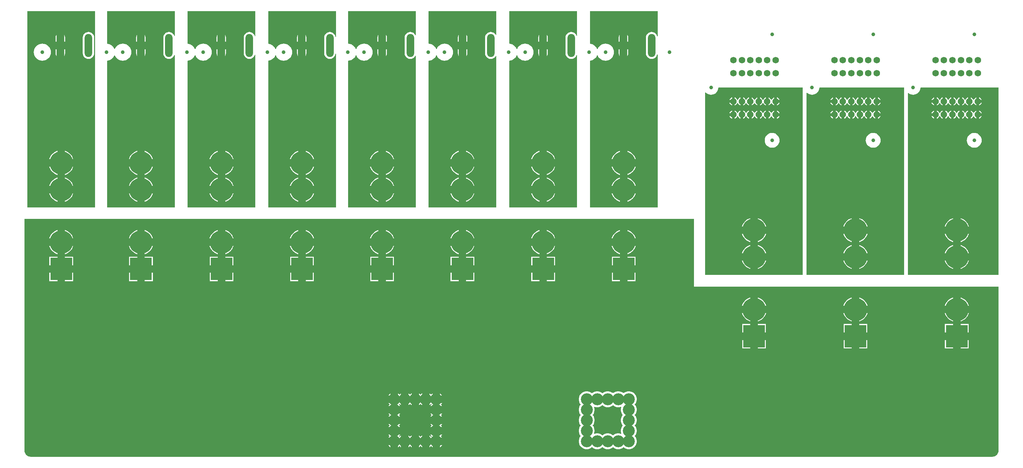
<source format=gtl>
G04*
G04 #@! TF.GenerationSoftware,Altium Limited,Altium Designer,22.8.2 (66)*
G04*
G04 Layer_Physical_Order=1*
G04 Layer_Color=255*
%FSLAX25Y25*%
%MOIN*%
G70*
G04*
G04 #@! TF.SameCoordinates,E27F80D8-943B-43E4-A2F4-46A55102C9C5*
G04*
G04*
G04 #@! TF.FilePolarity,Positive*
G04*
G01*
G75*
%ADD19C,0.12598*%
%ADD20R,0.22835X0.23622*%
%ADD21C,0.24410*%
%ADD22C,0.06890*%
%ADD23C,0.03937*%
G04:AMPARAMS|DCode=24|XSize=242.13mil|YSize=78.74mil|CornerRadius=39.37mil|HoleSize=0mil|Usage=FLASHONLY|Rotation=90.000|XOffset=0mil|YOffset=0mil|HoleType=Round|Shape=RoundedRectangle|*
%AMROUNDEDRECTD24*
21,1,0.24213,0.00000,0,0,90.0*
21,1,0.16339,0.07874,0,0,90.0*
1,1,0.07874,0.00000,0.08169*
1,1,0.07874,0.00000,-0.08169*
1,1,0.07874,0.00000,-0.08169*
1,1,0.07874,0.00000,0.08169*
%
%ADD24ROUNDEDRECTD24*%
G36*
X1245477Y1499708D02*
X1244977Y1499583D01*
X1244607Y1500276D01*
X1243865Y1501180D01*
X1242961Y1501922D01*
X1241929Y1502473D01*
X1240810Y1502812D01*
X1239647Y1502927D01*
X1238483Y1502812D01*
X1237364Y1502473D01*
X1236332Y1501922D01*
X1235428Y1501180D01*
X1234686Y1500276D01*
X1234135Y1499244D01*
X1233795Y1498125D01*
X1233681Y1496961D01*
Y1480623D01*
X1233795Y1479459D01*
X1234135Y1478340D01*
X1234686Y1477308D01*
X1235428Y1476404D01*
X1236332Y1475662D01*
X1237364Y1475111D01*
X1238483Y1474771D01*
X1239647Y1474657D01*
X1240810Y1474771D01*
X1241929Y1475111D01*
X1242961Y1475662D01*
X1243865Y1476404D01*
X1244607Y1477308D01*
X1244977Y1478001D01*
X1245477Y1477876D01*
Y1318898D01*
X1174455D01*
Y1472745D01*
X1175943Y1472892D01*
X1177625Y1473402D01*
X1179175Y1474230D01*
X1180534Y1475345D01*
X1181649Y1476704D01*
X1182463Y1478227D01*
X1182580Y1478254D01*
X1182874D01*
X1182992Y1478227D01*
X1183805Y1476704D01*
X1184920Y1475345D01*
X1186279Y1474230D01*
X1187829Y1473402D01*
X1189511Y1472892D01*
X1191261Y1472719D01*
X1193010Y1472892D01*
X1194692Y1473402D01*
X1196242Y1474230D01*
X1197601Y1475345D01*
X1198716Y1476704D01*
X1199545Y1478254D01*
X1200055Y1479936D01*
X1200227Y1481686D01*
X1200055Y1483435D01*
X1199545Y1485117D01*
X1198716Y1486667D01*
X1197601Y1488026D01*
X1196242Y1489141D01*
X1194692Y1489970D01*
X1193010Y1490480D01*
X1191261Y1490652D01*
X1189511Y1490480D01*
X1187829Y1489970D01*
X1186279Y1489141D01*
X1184920Y1488026D01*
X1183805Y1486667D01*
X1182992Y1485145D01*
X1182874Y1485117D01*
X1182580D01*
X1182463Y1485145D01*
X1181649Y1486667D01*
X1180534Y1488026D01*
X1179175Y1489141D01*
X1177625Y1489970D01*
X1175943Y1490480D01*
X1174455Y1490626D01*
Y1524697D01*
X1245477D01*
Y1499708D01*
D02*
G37*
G36*
X1161205Y1499561D02*
X1160705Y1499436D01*
X1160256Y1500276D01*
X1159514Y1501180D01*
X1158610Y1501922D01*
X1157579Y1502473D01*
X1156460Y1502812D01*
X1155296Y1502927D01*
X1154132Y1502812D01*
X1153013Y1502473D01*
X1151982Y1501922D01*
X1151077Y1501180D01*
X1150336Y1500276D01*
X1149784Y1499244D01*
X1149445Y1498125D01*
X1149330Y1496961D01*
Y1480623D01*
X1149445Y1479459D01*
X1149784Y1478340D01*
X1150336Y1477308D01*
X1151077Y1476404D01*
X1151982Y1475662D01*
X1153013Y1475111D01*
X1154132Y1474771D01*
X1155296Y1474657D01*
X1156460Y1474771D01*
X1157579Y1475111D01*
X1158610Y1475662D01*
X1159514Y1476404D01*
X1160256Y1477308D01*
X1160705Y1478148D01*
X1161205Y1478023D01*
Y1318898D01*
X1090183D01*
Y1472753D01*
X1091592Y1472892D01*
X1093274Y1473402D01*
X1094825Y1474230D01*
X1096183Y1475345D01*
X1097298Y1476704D01*
X1098112Y1478227D01*
X1098229Y1478254D01*
X1098524D01*
X1098641Y1478227D01*
X1099455Y1476704D01*
X1100570Y1475345D01*
X1101929Y1474230D01*
X1103479Y1473402D01*
X1105161Y1472892D01*
X1106910Y1472719D01*
X1108659Y1472892D01*
X1110341Y1473402D01*
X1111891Y1474230D01*
X1113250Y1475345D01*
X1114365Y1476704D01*
X1115194Y1478254D01*
X1115704Y1479936D01*
X1115876Y1481686D01*
X1115704Y1483435D01*
X1115194Y1485117D01*
X1114365Y1486667D01*
X1113250Y1488026D01*
X1111891Y1489141D01*
X1110341Y1489970D01*
X1108659Y1490480D01*
X1106910Y1490652D01*
X1105161Y1490480D01*
X1103479Y1489970D01*
X1101929Y1489141D01*
X1100570Y1488026D01*
X1099455Y1486667D01*
X1098641Y1485145D01*
X1098524Y1485117D01*
X1098229D01*
X1098112Y1485145D01*
X1097298Y1486667D01*
X1096183Y1488026D01*
X1094825Y1489141D01*
X1093274Y1489970D01*
X1091592Y1490480D01*
X1090183Y1490619D01*
Y1524697D01*
X1161205D01*
Y1499561D01*
D02*
G37*
G36*
X908389Y1498878D02*
X907889Y1498804D01*
X907756Y1499244D01*
X907205Y1500276D01*
X906463Y1501180D01*
X905559Y1501922D01*
X904527Y1502473D01*
X903408Y1502812D01*
X902244Y1502927D01*
X901080Y1502812D01*
X899961Y1502473D01*
X898930Y1501922D01*
X898026Y1501180D01*
X897284Y1500276D01*
X896733Y1499244D01*
X896393Y1498125D01*
X896278Y1496961D01*
Y1480623D01*
X896393Y1479459D01*
X896733Y1478340D01*
X897284Y1477308D01*
X898026Y1476404D01*
X898930Y1475662D01*
X899961Y1475111D01*
X901080Y1474771D01*
X902244Y1474657D01*
X903408Y1474771D01*
X904527Y1475111D01*
X905559Y1475662D01*
X906463Y1476404D01*
X907205Y1477308D01*
X907756Y1478340D01*
X907889Y1478780D01*
X908389Y1478706D01*
Y1318898D01*
X837367D01*
Y1472776D01*
X838541Y1472892D01*
X840223Y1473402D01*
X841773Y1474230D01*
X843132Y1475345D01*
X844247Y1476704D01*
X845060Y1478227D01*
X845177Y1478254D01*
X845472D01*
X845589Y1478227D01*
X846403Y1476704D01*
X847518Y1475345D01*
X848877Y1474230D01*
X850427Y1473402D01*
X852109Y1472892D01*
X853858Y1472719D01*
X855608Y1472892D01*
X857290Y1473402D01*
X858840Y1474230D01*
X860199Y1475345D01*
X861314Y1476704D01*
X862142Y1478254D01*
X862652Y1479936D01*
X862825Y1481686D01*
X862652Y1483435D01*
X862142Y1485117D01*
X861314Y1486667D01*
X860199Y1488026D01*
X858840Y1489141D01*
X857290Y1489970D01*
X855608Y1490480D01*
X853858Y1490652D01*
X852109Y1490480D01*
X850427Y1489970D01*
X848877Y1489141D01*
X847518Y1488026D01*
X846403Y1486667D01*
X845589Y1485145D01*
X845472Y1485117D01*
X845177D01*
X845060Y1485145D01*
X844247Y1486667D01*
X843132Y1488026D01*
X841773Y1489141D01*
X840223Y1489970D01*
X838541Y1490480D01*
X837367Y1490595D01*
Y1524697D01*
X908389D01*
Y1498878D01*
D02*
G37*
G36*
X1330163Y1498810D02*
X1329663Y1498735D01*
X1329509Y1499244D01*
X1328957Y1500276D01*
X1328215Y1501180D01*
X1327311Y1501922D01*
X1326280Y1502473D01*
X1325161Y1502812D01*
X1323997Y1502927D01*
X1322833Y1502812D01*
X1321714Y1502473D01*
X1320683Y1501922D01*
X1319779Y1501180D01*
X1319037Y1500276D01*
X1318485Y1499244D01*
X1318146Y1498125D01*
X1318031Y1496961D01*
Y1480623D01*
X1318146Y1479459D01*
X1318485Y1478340D01*
X1319037Y1477308D01*
X1319779Y1476404D01*
X1320683Y1475662D01*
X1321714Y1475111D01*
X1322833Y1474771D01*
X1323997Y1474657D01*
X1325161Y1474771D01*
X1326280Y1475111D01*
X1327311Y1475662D01*
X1328215Y1476404D01*
X1328957Y1477308D01*
X1329509Y1478340D01*
X1329663Y1478848D01*
X1330163Y1478774D01*
Y1318898D01*
X1259140D01*
Y1472778D01*
X1260293Y1472892D01*
X1261975Y1473402D01*
X1263526Y1474230D01*
X1264884Y1475345D01*
X1265999Y1476704D01*
X1266813Y1478227D01*
X1266930Y1478254D01*
X1267225D01*
X1267342Y1478227D01*
X1268156Y1476704D01*
X1269271Y1475345D01*
X1270630Y1474230D01*
X1272180Y1473402D01*
X1273862Y1472892D01*
X1275611Y1472719D01*
X1277360Y1472892D01*
X1279043Y1473402D01*
X1280593Y1474230D01*
X1281951Y1475345D01*
X1283066Y1476704D01*
X1283895Y1478254D01*
X1284405Y1479936D01*
X1284578Y1481686D01*
X1284405Y1483435D01*
X1283895Y1485117D01*
X1283066Y1486667D01*
X1281951Y1488026D01*
X1280593Y1489141D01*
X1279043Y1489970D01*
X1277360Y1490480D01*
X1275611Y1490652D01*
X1273862Y1490480D01*
X1272180Y1489970D01*
X1270630Y1489141D01*
X1269271Y1488026D01*
X1268156Y1486667D01*
X1267342Y1485145D01*
X1267225Y1485117D01*
X1266930D01*
X1266813Y1485145D01*
X1265999Y1486667D01*
X1264884Y1488026D01*
X1263526Y1489141D01*
X1261975Y1489970D01*
X1260293Y1490480D01*
X1259140Y1490593D01*
Y1524697D01*
X1330163D01*
Y1498810D01*
D02*
G37*
G36*
X992868Y1498455D02*
X992368Y1498381D01*
X992106Y1499244D01*
X991555Y1500276D01*
X990813Y1501180D01*
X989909Y1501922D01*
X988878Y1502473D01*
X987759Y1502812D01*
X986595Y1502927D01*
X985431Y1502812D01*
X984312Y1502473D01*
X983280Y1501922D01*
X982376Y1501180D01*
X981635Y1500276D01*
X981083Y1499244D01*
X980744Y1498125D01*
X980629Y1496961D01*
Y1480623D01*
X980744Y1479459D01*
X981083Y1478340D01*
X981635Y1477308D01*
X982376Y1476404D01*
X983280Y1475662D01*
X984312Y1475111D01*
X985431Y1474771D01*
X986595Y1474657D01*
X987759Y1474771D01*
X988878Y1475111D01*
X989909Y1475662D01*
X990813Y1476404D01*
X991555Y1477308D01*
X992106Y1478340D01*
X992368Y1479203D01*
X992868Y1479129D01*
Y1318898D01*
X921846D01*
Y1472789D01*
X922891Y1472892D01*
X924573Y1473402D01*
X926123Y1474230D01*
X927482Y1475345D01*
X928597Y1476704D01*
X929411Y1478227D01*
X929528Y1478254D01*
X929823D01*
X929940Y1478227D01*
X930754Y1476704D01*
X931869Y1475345D01*
X933228Y1474230D01*
X934778Y1473402D01*
X936460Y1472892D01*
X938209Y1472719D01*
X939958Y1472892D01*
X941640Y1473402D01*
X943190Y1474230D01*
X944549Y1475345D01*
X945664Y1476704D01*
X946493Y1478254D01*
X947003Y1479936D01*
X947175Y1481686D01*
X947003Y1483435D01*
X946493Y1485117D01*
X945664Y1486667D01*
X944549Y1488026D01*
X943190Y1489141D01*
X941640Y1489970D01*
X939958Y1490480D01*
X938209Y1490652D01*
X936460Y1490480D01*
X934778Y1489970D01*
X933228Y1489141D01*
X931869Y1488026D01*
X930754Y1486667D01*
X929940Y1485145D01*
X929823Y1485117D01*
X929528D01*
X929411Y1485145D01*
X928597Y1486667D01*
X927482Y1488026D01*
X926123Y1489141D01*
X924573Y1489970D01*
X922891Y1490480D01*
X921846Y1490583D01*
Y1524697D01*
X992868D01*
Y1498455D01*
D02*
G37*
G36*
X1414642Y1498386D02*
X1414142Y1498312D01*
X1413859Y1499244D01*
X1413308Y1500276D01*
X1412566Y1501180D01*
X1411662Y1501922D01*
X1410631Y1502473D01*
X1409511Y1502812D01*
X1408348Y1502927D01*
X1407184Y1502812D01*
X1406065Y1502473D01*
X1405033Y1501922D01*
X1404129Y1501180D01*
X1403387Y1500276D01*
X1402836Y1499244D01*
X1402496Y1498125D01*
X1402382Y1496961D01*
Y1480623D01*
X1402496Y1479459D01*
X1402836Y1478340D01*
X1403387Y1477308D01*
X1404129Y1476404D01*
X1405033Y1475662D01*
X1406065Y1475111D01*
X1407184Y1474771D01*
X1408348Y1474657D01*
X1409511Y1474771D01*
X1410631Y1475111D01*
X1411662Y1475662D01*
X1412566Y1476404D01*
X1413308Y1477308D01*
X1413859Y1478340D01*
X1414142Y1479272D01*
X1414642Y1479198D01*
Y1318898D01*
X1343620D01*
Y1472791D01*
X1344644Y1472892D01*
X1346326Y1473402D01*
X1347876Y1474230D01*
X1349235Y1475345D01*
X1350350Y1476704D01*
X1351164Y1478227D01*
X1351281Y1478254D01*
X1351575D01*
X1351693Y1478227D01*
X1352506Y1476704D01*
X1353621Y1475345D01*
X1354980Y1474230D01*
X1356530Y1473402D01*
X1358212Y1472892D01*
X1359962Y1472719D01*
X1361711Y1472892D01*
X1363393Y1473402D01*
X1364943Y1474230D01*
X1366302Y1475345D01*
X1367417Y1476704D01*
X1368246Y1478254D01*
X1368756Y1479936D01*
X1368928Y1481686D01*
X1368756Y1483435D01*
X1368246Y1485117D01*
X1367417Y1486667D01*
X1366302Y1488026D01*
X1364943Y1489141D01*
X1363393Y1489970D01*
X1361711Y1490480D01*
X1359962Y1490652D01*
X1358212Y1490480D01*
X1356530Y1489970D01*
X1354980Y1489141D01*
X1353621Y1488026D01*
X1352506Y1486667D01*
X1351693Y1485145D01*
X1351575Y1485117D01*
X1351281D01*
X1351164Y1485145D01*
X1350350Y1486667D01*
X1349235Y1488026D01*
X1347876Y1489141D01*
X1346326Y1489970D01*
X1344644Y1490480D01*
X1343620Y1490581D01*
Y1524697D01*
X1414642D01*
Y1498386D01*
D02*
G37*
G36*
X1077347Y1497634D02*
X1076847Y1497610D01*
X1076797Y1498125D01*
X1076457Y1499244D01*
X1075906Y1500276D01*
X1075164Y1501180D01*
X1074260Y1501922D01*
X1073228Y1502473D01*
X1072109Y1502812D01*
X1070945Y1502927D01*
X1069781Y1502812D01*
X1068662Y1502473D01*
X1067631Y1501922D01*
X1066727Y1501180D01*
X1065985Y1500276D01*
X1065434Y1499244D01*
X1065094Y1498125D01*
X1064980Y1496961D01*
Y1480623D01*
X1065094Y1479459D01*
X1065434Y1478340D01*
X1065985Y1477308D01*
X1066727Y1476404D01*
X1067631Y1475662D01*
X1068662Y1475111D01*
X1069781Y1474771D01*
X1070945Y1474657D01*
X1072109Y1474771D01*
X1073228Y1475111D01*
X1074260Y1475662D01*
X1075164Y1476404D01*
X1075906Y1477308D01*
X1076457Y1478340D01*
X1076797Y1479459D01*
X1076847Y1479974D01*
X1077347Y1479950D01*
Y1318898D01*
X1006325D01*
Y1472801D01*
X1007242Y1472892D01*
X1008924Y1473402D01*
X1010474Y1474230D01*
X1011833Y1475345D01*
X1012948Y1476704D01*
X1013762Y1478227D01*
X1013879Y1478254D01*
X1014173D01*
X1014290Y1478227D01*
X1015104Y1476704D01*
X1016219Y1475345D01*
X1017578Y1474230D01*
X1019128Y1473402D01*
X1020810Y1472892D01*
X1022560Y1472719D01*
X1024309Y1472892D01*
X1025991Y1473402D01*
X1027541Y1474230D01*
X1028900Y1475345D01*
X1030015Y1476704D01*
X1030843Y1478254D01*
X1031354Y1479936D01*
X1031526Y1481686D01*
X1031354Y1483435D01*
X1030843Y1485117D01*
X1030015Y1486667D01*
X1028900Y1488026D01*
X1027541Y1489141D01*
X1025991Y1489970D01*
X1024309Y1490480D01*
X1022560Y1490652D01*
X1020810Y1490480D01*
X1019128Y1489970D01*
X1017578Y1489141D01*
X1016219Y1488026D01*
X1015104Y1486667D01*
X1014290Y1485145D01*
X1014173Y1485117D01*
X1013879D01*
X1013762Y1485145D01*
X1012948Y1486667D01*
X1011833Y1488026D01*
X1010474Y1489141D01*
X1008924Y1489970D01*
X1007242Y1490480D01*
X1006325Y1490570D01*
Y1524697D01*
X1077347D01*
Y1497634D01*
D02*
G37*
G36*
X1772228Y1248444D02*
X1677165D01*
Y1438724D01*
X1677617Y1438938D01*
X1678257Y1438413D01*
X1679602Y1437694D01*
X1681061Y1437252D01*
X1682579Y1437102D01*
X1684096Y1437252D01*
X1685556Y1437694D01*
X1686901Y1438413D01*
X1688080Y1439381D01*
X1689047Y1440560D01*
X1689766Y1441905D01*
X1690209Y1443364D01*
X1690358Y1444882D01*
X1690358Y1444882D01*
X1772228D01*
X1772228Y1248444D01*
D02*
G37*
G36*
X1673228D02*
X1570866D01*
Y1438929D01*
X1571366Y1439165D01*
X1572282Y1438413D01*
X1573627Y1437694D01*
X1575087Y1437252D01*
X1576604Y1437102D01*
X1578122Y1437252D01*
X1579581Y1437694D01*
X1580926Y1438413D01*
X1582105Y1439381D01*
X1583073Y1440560D01*
X1583792Y1441905D01*
X1584234Y1443364D01*
X1584384Y1444882D01*
X1584384Y1444882D01*
X1673228D01*
Y1248444D01*
D02*
G37*
G36*
X1566929D02*
X1464567D01*
Y1439324D01*
X1465038Y1439492D01*
X1465129Y1439381D01*
X1466308Y1438413D01*
X1467653Y1437694D01*
X1469112Y1437252D01*
X1470630Y1437102D01*
X1472148Y1437252D01*
X1473607Y1437694D01*
X1474952Y1438413D01*
X1476131Y1439381D01*
X1477098Y1440560D01*
X1477817Y1441905D01*
X1478260Y1443364D01*
X1478409Y1444882D01*
X1478409Y1444882D01*
X1566929D01*
Y1248444D01*
D02*
G37*
G36*
X824831Y1318898D02*
X753808D01*
Y1524697D01*
X824831D01*
Y1318898D01*
D02*
G37*
G36*
X1452756Y1236220D02*
X1772228D01*
X1772228Y1064644D01*
X1772050Y1063063D01*
X1771544Y1061615D01*
X1770728Y1060317D01*
X1769644Y1059233D01*
X1768345Y1058417D01*
X1766898Y1057910D01*
X1765317Y1057732D01*
X757559D01*
X755977Y1057910D01*
X754530Y1058417D01*
X753232Y1059233D01*
X752147Y1060317D01*
X751331Y1061615D01*
X750825Y1063063D01*
X750647Y1064644D01*
X750647Y1307087D01*
X1452756D01*
Y1236220D01*
D02*
G37*
%LPC*%
G36*
X1214095Y1499940D02*
Y1492729D01*
X1215138D01*
Y1496961D01*
X1214968Y1498250D01*
X1214471Y1499451D01*
X1214095Y1499940D01*
D02*
G37*
G36*
X1206221Y1499940D02*
X1205846Y1499451D01*
X1205348Y1498250D01*
X1205179Y1496961D01*
Y1492729D01*
X1206221D01*
Y1499940D01*
D02*
G37*
G36*
X1215138Y1484855D02*
X1214095D01*
Y1477644D01*
X1214471Y1478133D01*
X1214968Y1479334D01*
X1215138Y1480623D01*
Y1484855D01*
D02*
G37*
G36*
X1206221D02*
X1205179D01*
Y1480623D01*
X1205348Y1479334D01*
X1205846Y1478133D01*
X1206221Y1477643D01*
Y1484855D01*
D02*
G37*
G36*
X1213903Y1378334D02*
Y1369666D01*
X1222571D01*
X1222203Y1370798D01*
X1221259Y1372650D01*
X1220038Y1374331D01*
X1218568Y1375801D01*
X1216887Y1377023D01*
X1215035Y1377966D01*
X1213903Y1378334D01*
D02*
G37*
G36*
X1206029Y1378334D02*
X1204897Y1377966D01*
X1203045Y1377023D01*
X1201363Y1375801D01*
X1199894Y1374331D01*
X1198672Y1372650D01*
X1197729Y1370798D01*
X1197361Y1369666D01*
X1206029D01*
Y1378334D01*
D02*
G37*
G36*
X1222571Y1361792D02*
X1213903D01*
Y1353124D01*
X1215035Y1353492D01*
X1216887Y1354435D01*
X1218568Y1355657D01*
X1220038Y1357127D01*
X1221259Y1358808D01*
X1222203Y1360660D01*
X1222571Y1361792D01*
D02*
G37*
G36*
X1206029D02*
X1197361D01*
X1197729Y1360660D01*
X1198672Y1358808D01*
X1199894Y1357127D01*
X1201363Y1355657D01*
X1203045Y1354435D01*
X1204897Y1353492D01*
X1206029Y1353124D01*
Y1361792D01*
D02*
G37*
G36*
X1213903Y1350263D02*
Y1341595D01*
X1222571D01*
X1222203Y1342727D01*
X1221259Y1344579D01*
X1220038Y1346260D01*
X1218568Y1347730D01*
X1216887Y1348952D01*
X1215035Y1349895D01*
X1213903Y1350263D01*
D02*
G37*
G36*
X1206029Y1350263D02*
X1204897Y1349895D01*
X1203045Y1348952D01*
X1201363Y1347730D01*
X1199894Y1346260D01*
X1198672Y1344579D01*
X1197729Y1342727D01*
X1197361Y1341595D01*
X1206029D01*
Y1350263D01*
D02*
G37*
G36*
X1222571Y1333721D02*
X1213903D01*
Y1325053D01*
X1215035Y1325421D01*
X1216887Y1326364D01*
X1218568Y1327586D01*
X1220038Y1329056D01*
X1221259Y1330737D01*
X1222203Y1332589D01*
X1222571Y1333721D01*
D02*
G37*
G36*
X1206029D02*
X1197361D01*
X1197729Y1332589D01*
X1198672Y1330737D01*
X1199894Y1329056D01*
X1201363Y1327586D01*
X1203045Y1326364D01*
X1204897Y1325421D01*
X1206029Y1325053D01*
Y1333721D01*
D02*
G37*
G36*
X1129745Y1499940D02*
Y1492729D01*
X1130787D01*
Y1496961D01*
X1130618Y1498250D01*
X1130120Y1499451D01*
X1129745Y1499940D01*
D02*
G37*
G36*
X1121871Y1499940D02*
X1121495Y1499451D01*
X1120998Y1498250D01*
X1120828Y1496961D01*
Y1492729D01*
X1121871D01*
Y1499940D01*
D02*
G37*
G36*
X1130787Y1484855D02*
X1129745D01*
Y1477644D01*
X1130120Y1478133D01*
X1130618Y1479334D01*
X1130787Y1480623D01*
Y1484855D01*
D02*
G37*
G36*
X1121871D02*
X1120828D01*
Y1480623D01*
X1120998Y1479334D01*
X1121495Y1478133D01*
X1121871Y1477643D01*
Y1484855D01*
D02*
G37*
G36*
X1129631Y1378334D02*
Y1369666D01*
X1138299D01*
X1137931Y1370798D01*
X1136988Y1372650D01*
X1135766Y1374331D01*
X1134296Y1375801D01*
X1132615Y1377023D01*
X1130763Y1377966D01*
X1129631Y1378334D01*
D02*
G37*
G36*
X1121757Y1378334D02*
X1120625Y1377966D01*
X1118773Y1377023D01*
X1117092Y1375801D01*
X1115622Y1374331D01*
X1114400Y1372650D01*
X1113457Y1370798D01*
X1113089Y1369666D01*
X1121757D01*
Y1378334D01*
D02*
G37*
G36*
X1138299Y1361792D02*
X1129631D01*
Y1353124D01*
X1130763Y1353492D01*
X1132615Y1354435D01*
X1134296Y1355657D01*
X1135766Y1357127D01*
X1136988Y1358808D01*
X1137931Y1360660D01*
X1138299Y1361792D01*
D02*
G37*
G36*
X1121757D02*
X1113089D01*
X1113457Y1360660D01*
X1114400Y1358808D01*
X1115622Y1357127D01*
X1117092Y1355657D01*
X1118773Y1354435D01*
X1120625Y1353492D01*
X1121757Y1353124D01*
Y1361792D01*
D02*
G37*
G36*
X1129631Y1350263D02*
Y1341595D01*
X1138299D01*
X1137931Y1342727D01*
X1136988Y1344579D01*
X1135766Y1346260D01*
X1134296Y1347730D01*
X1132615Y1348952D01*
X1130763Y1349895D01*
X1129631Y1350263D01*
D02*
G37*
G36*
X1121757Y1350263D02*
X1120625Y1349895D01*
X1118773Y1348952D01*
X1117092Y1347730D01*
X1115622Y1346260D01*
X1114400Y1344579D01*
X1113457Y1342727D01*
X1113089Y1341595D01*
X1121757D01*
Y1350263D01*
D02*
G37*
G36*
X1138299Y1333721D02*
X1129631D01*
Y1325053D01*
X1130763Y1325421D01*
X1132615Y1326364D01*
X1134296Y1327586D01*
X1135766Y1329056D01*
X1136988Y1330737D01*
X1137931Y1332589D01*
X1138299Y1333721D01*
D02*
G37*
G36*
X1121757D02*
X1113089D01*
X1113457Y1332589D01*
X1114400Y1330737D01*
X1115622Y1329056D01*
X1117092Y1327586D01*
X1118773Y1326364D01*
X1120625Y1325421D01*
X1121757Y1325053D01*
Y1333721D01*
D02*
G37*
G36*
X876693Y1499940D02*
Y1492729D01*
X877736D01*
Y1496961D01*
X877566Y1498250D01*
X877069Y1499451D01*
X876693Y1499940D01*
D02*
G37*
G36*
X868819Y1499940D02*
X868444Y1499451D01*
X867946Y1498250D01*
X867776Y1496961D01*
Y1492729D01*
X868819D01*
Y1499940D01*
D02*
G37*
G36*
Y1484855D02*
X867776D01*
Y1480623D01*
X867946Y1479334D01*
X868444Y1478133D01*
X868819Y1477643D01*
Y1484855D01*
D02*
G37*
G36*
X877736D02*
X876693D01*
Y1477643D01*
X877069Y1478133D01*
X877566Y1479334D01*
X877736Y1480623D01*
Y1484855D01*
D02*
G37*
G36*
X876815Y1378334D02*
Y1369666D01*
X885483D01*
X885116Y1370798D01*
X884172Y1372650D01*
X882950Y1374331D01*
X881481Y1375801D01*
X879799Y1377023D01*
X877947Y1377966D01*
X876815Y1378334D01*
D02*
G37*
G36*
X868941Y1378334D02*
X867809Y1377966D01*
X865957Y1377023D01*
X864276Y1375801D01*
X862806Y1374331D01*
X861584Y1372650D01*
X860641Y1370798D01*
X860273Y1369666D01*
X868941D01*
Y1378334D01*
D02*
G37*
G36*
X885483Y1361792D02*
X876815D01*
Y1353124D01*
X877947Y1353492D01*
X879799Y1354435D01*
X881481Y1355657D01*
X882950Y1357127D01*
X884172Y1358808D01*
X885116Y1360660D01*
X885483Y1361792D01*
D02*
G37*
G36*
X868941D02*
X860273D01*
X860641Y1360660D01*
X861584Y1358808D01*
X862806Y1357127D01*
X864276Y1355657D01*
X865957Y1354435D01*
X867809Y1353492D01*
X868941Y1353124D01*
Y1361792D01*
D02*
G37*
G36*
X876815Y1350263D02*
Y1341595D01*
X885483D01*
X885116Y1342727D01*
X884172Y1344579D01*
X882950Y1346260D01*
X881481Y1347730D01*
X879799Y1348952D01*
X877947Y1349895D01*
X876815Y1350263D01*
D02*
G37*
G36*
X868941Y1350263D02*
X867809Y1349895D01*
X865957Y1348952D01*
X864276Y1347730D01*
X862806Y1346260D01*
X861584Y1344579D01*
X860641Y1342727D01*
X860273Y1341595D01*
X868941D01*
Y1350263D01*
D02*
G37*
G36*
X885483Y1333721D02*
X876815D01*
Y1325053D01*
X877947Y1325421D01*
X879799Y1326364D01*
X881481Y1327586D01*
X882950Y1329056D01*
X884172Y1330737D01*
X885116Y1332589D01*
X885483Y1333721D01*
D02*
G37*
G36*
X868941D02*
X860273D01*
X860641Y1332589D01*
X861584Y1330737D01*
X862806Y1329056D01*
X864276Y1327586D01*
X865957Y1326364D01*
X867809Y1325421D01*
X868941Y1325053D01*
Y1333721D01*
D02*
G37*
G36*
X1298446Y1499940D02*
Y1492729D01*
X1299488D01*
Y1496961D01*
X1299319Y1498250D01*
X1298821Y1499451D01*
X1298446Y1499940D01*
D02*
G37*
G36*
X1290572Y1499940D02*
X1290196Y1499451D01*
X1289699Y1498250D01*
X1289529Y1496961D01*
Y1492729D01*
X1290572D01*
Y1499940D01*
D02*
G37*
G36*
X1299488Y1484855D02*
X1298446D01*
Y1477644D01*
X1298821Y1478133D01*
X1299319Y1479334D01*
X1299488Y1480623D01*
Y1484855D01*
D02*
G37*
G36*
X1290572D02*
X1289529D01*
Y1480623D01*
X1289699Y1479334D01*
X1290196Y1478133D01*
X1290572Y1477643D01*
Y1484855D01*
D02*
G37*
G36*
X1298589Y1378334D02*
Y1369666D01*
X1307257D01*
X1306889Y1370798D01*
X1305945Y1372650D01*
X1304724Y1374331D01*
X1303254Y1375801D01*
X1301573Y1377023D01*
X1299721Y1377966D01*
X1298589Y1378334D01*
D02*
G37*
G36*
X1290715Y1378334D02*
X1289583Y1377966D01*
X1287731Y1377023D01*
X1286049Y1375801D01*
X1284580Y1374331D01*
X1283358Y1372650D01*
X1282415Y1370798D01*
X1282047Y1369666D01*
X1290715D01*
Y1378334D01*
D02*
G37*
G36*
X1307257Y1361792D02*
X1298589D01*
Y1353124D01*
X1299721Y1353492D01*
X1301573Y1354435D01*
X1303254Y1355657D01*
X1304724Y1357127D01*
X1305945Y1358808D01*
X1306889Y1360660D01*
X1307257Y1361792D01*
D02*
G37*
G36*
X1290715D02*
X1282047D01*
X1282415Y1360660D01*
X1283358Y1358808D01*
X1284580Y1357127D01*
X1286049Y1355657D01*
X1287731Y1354435D01*
X1289583Y1353492D01*
X1290715Y1353124D01*
Y1361792D01*
D02*
G37*
G36*
X1298589Y1350263D02*
Y1341595D01*
X1307257D01*
X1306889Y1342727D01*
X1305945Y1344579D01*
X1304724Y1346260D01*
X1303254Y1347730D01*
X1301573Y1348952D01*
X1299721Y1349895D01*
X1298589Y1350263D01*
D02*
G37*
G36*
X1290715Y1350263D02*
X1289583Y1349895D01*
X1287731Y1348952D01*
X1286049Y1347730D01*
X1284580Y1346260D01*
X1283358Y1344579D01*
X1282415Y1342727D01*
X1282047Y1341595D01*
X1290715D01*
Y1350263D01*
D02*
G37*
G36*
X1307257Y1333721D02*
X1298589D01*
Y1325053D01*
X1299721Y1325421D01*
X1301573Y1326364D01*
X1303254Y1327586D01*
X1304724Y1329056D01*
X1305945Y1330737D01*
X1306889Y1332589D01*
X1307257Y1333721D01*
D02*
G37*
G36*
X1290715D02*
X1282047D01*
X1282415Y1332589D01*
X1283358Y1330737D01*
X1284580Y1329056D01*
X1286049Y1327586D01*
X1287731Y1326364D01*
X1289583Y1325421D01*
X1290715Y1325053D01*
Y1333721D01*
D02*
G37*
G36*
X961044Y1499940D02*
Y1492729D01*
X962086D01*
Y1496961D01*
X961917Y1498250D01*
X961419Y1499451D01*
X961044Y1499940D01*
D02*
G37*
G36*
X953170D02*
X952794Y1499451D01*
X952297Y1498250D01*
X952127Y1496961D01*
Y1492729D01*
X953170D01*
Y1499940D01*
D02*
G37*
G36*
X962086Y1484855D02*
X961044D01*
Y1477643D01*
X961419Y1478133D01*
X961917Y1479334D01*
X962086Y1480623D01*
Y1484855D01*
D02*
G37*
G36*
X953170D02*
X952127D01*
Y1480623D01*
X952297Y1479334D01*
X952794Y1478133D01*
X953170Y1477643D01*
Y1484855D01*
D02*
G37*
G36*
X961294Y1378334D02*
Y1369666D01*
X969962D01*
X969594Y1370798D01*
X968651Y1372650D01*
X967429Y1374331D01*
X965959Y1375801D01*
X964278Y1377023D01*
X962426Y1377966D01*
X961294Y1378334D01*
D02*
G37*
G36*
X953420Y1378334D02*
X952288Y1377966D01*
X950436Y1377023D01*
X948755Y1375801D01*
X947285Y1374331D01*
X946063Y1372650D01*
X945120Y1370798D01*
X944752Y1369666D01*
X953420D01*
Y1378334D01*
D02*
G37*
G36*
X969962Y1361792D02*
X961294D01*
Y1353124D01*
X962426Y1353492D01*
X964278Y1354435D01*
X965959Y1355657D01*
X967429Y1357127D01*
X968651Y1358808D01*
X969594Y1360660D01*
X969962Y1361792D01*
D02*
G37*
G36*
X953420D02*
X944752D01*
X945120Y1360660D01*
X946063Y1358808D01*
X947285Y1357127D01*
X948755Y1355657D01*
X950436Y1354435D01*
X952288Y1353492D01*
X953420Y1353124D01*
Y1361792D01*
D02*
G37*
G36*
X961294Y1350263D02*
Y1341595D01*
X969962D01*
X969594Y1342727D01*
X968651Y1344579D01*
X967429Y1346260D01*
X965959Y1347730D01*
X964278Y1348952D01*
X962426Y1349895D01*
X961294Y1350263D01*
D02*
G37*
G36*
X953420Y1350263D02*
X952288Y1349895D01*
X950436Y1348952D01*
X948755Y1347730D01*
X947285Y1346260D01*
X946063Y1344579D01*
X945120Y1342727D01*
X944752Y1341595D01*
X953420D01*
Y1350263D01*
D02*
G37*
G36*
X969962Y1333721D02*
X961294D01*
Y1325053D01*
X962426Y1325421D01*
X964278Y1326364D01*
X965959Y1327586D01*
X967429Y1329056D01*
X968651Y1330737D01*
X969594Y1332589D01*
X969962Y1333721D01*
D02*
G37*
G36*
X953420D02*
X944752D01*
X945120Y1332589D01*
X946063Y1330737D01*
X947285Y1329056D01*
X948755Y1327586D01*
X950436Y1326364D01*
X952288Y1325421D01*
X953420Y1325053D01*
Y1333721D01*
D02*
G37*
G36*
X1382796Y1499940D02*
Y1492729D01*
X1383839D01*
Y1496961D01*
X1383669Y1498250D01*
X1383172Y1499451D01*
X1382796Y1499940D01*
D02*
G37*
G36*
X1374922Y1499940D02*
X1374547Y1499451D01*
X1374049Y1498250D01*
X1373880Y1496961D01*
Y1492729D01*
X1374922D01*
Y1499940D01*
D02*
G37*
G36*
X1383839Y1484855D02*
X1382796D01*
Y1477644D01*
X1383172Y1478133D01*
X1383669Y1479334D01*
X1383839Y1480623D01*
Y1484855D01*
D02*
G37*
G36*
X1374922D02*
X1373880D01*
Y1480623D01*
X1374049Y1479334D01*
X1374547Y1478133D01*
X1374922Y1477643D01*
Y1484855D01*
D02*
G37*
G36*
X1383068Y1378334D02*
Y1369666D01*
X1391736D01*
X1391368Y1370798D01*
X1390425Y1372650D01*
X1389203Y1374331D01*
X1387733Y1375801D01*
X1386052Y1377023D01*
X1384200Y1377966D01*
X1383068Y1378334D01*
D02*
G37*
G36*
X1375194Y1378334D02*
X1374062Y1377966D01*
X1372210Y1377023D01*
X1370529Y1375801D01*
X1369059Y1374331D01*
X1367837Y1372650D01*
X1366893Y1370798D01*
X1366526Y1369666D01*
X1375194D01*
Y1378334D01*
D02*
G37*
G36*
X1391736Y1361792D02*
X1383068D01*
Y1353124D01*
X1384200Y1353492D01*
X1386052Y1354435D01*
X1387733Y1355657D01*
X1389203Y1357127D01*
X1390425Y1358808D01*
X1391368Y1360660D01*
X1391736Y1361792D01*
D02*
G37*
G36*
X1375194D02*
X1366526D01*
X1366893Y1360660D01*
X1367837Y1358808D01*
X1369059Y1357127D01*
X1370529Y1355657D01*
X1372210Y1354435D01*
X1374062Y1353492D01*
X1375194Y1353124D01*
Y1361792D01*
D02*
G37*
G36*
X1383068Y1350263D02*
Y1341595D01*
X1391736D01*
X1391368Y1342727D01*
X1390425Y1344579D01*
X1389203Y1346260D01*
X1387733Y1347730D01*
X1386052Y1348952D01*
X1384200Y1349895D01*
X1383068Y1350263D01*
D02*
G37*
G36*
X1375194Y1350263D02*
X1374062Y1349895D01*
X1372210Y1348952D01*
X1370529Y1347730D01*
X1369059Y1346260D01*
X1367837Y1344579D01*
X1366893Y1342727D01*
X1366526Y1341595D01*
X1375194D01*
Y1350263D01*
D02*
G37*
G36*
X1391736Y1333721D02*
X1383068D01*
Y1325053D01*
X1384200Y1325421D01*
X1386052Y1326364D01*
X1387733Y1327586D01*
X1389203Y1329056D01*
X1390425Y1330737D01*
X1391368Y1332589D01*
X1391736Y1333721D01*
D02*
G37*
G36*
X1375194D02*
X1366526D01*
X1366893Y1332589D01*
X1367837Y1330737D01*
X1369059Y1329056D01*
X1370529Y1327586D01*
X1372210Y1326364D01*
X1374062Y1325421D01*
X1375194Y1325053D01*
Y1333721D01*
D02*
G37*
G36*
X1045394Y1499940D02*
Y1492729D01*
X1046437D01*
Y1496961D01*
X1046267Y1498250D01*
X1045770Y1499451D01*
X1045394Y1499940D01*
D02*
G37*
G36*
X1037520Y1499940D02*
X1037145Y1499451D01*
X1036647Y1498250D01*
X1036478Y1496961D01*
Y1492729D01*
X1037520D01*
Y1499940D01*
D02*
G37*
G36*
X1046437Y1484855D02*
X1045394D01*
Y1477643D01*
X1045770Y1478133D01*
X1046267Y1479334D01*
X1046437Y1480623D01*
Y1484855D01*
D02*
G37*
G36*
X1037520D02*
X1036478D01*
Y1480623D01*
X1036647Y1479334D01*
X1037145Y1478133D01*
X1037520Y1477643D01*
Y1484855D01*
D02*
G37*
G36*
X1045773Y1378334D02*
Y1369666D01*
X1054441D01*
X1054073Y1370798D01*
X1053130Y1372650D01*
X1051908Y1374331D01*
X1050438Y1375801D01*
X1048757Y1377023D01*
X1046905Y1377966D01*
X1045773Y1378334D01*
D02*
G37*
G36*
X1037899Y1378334D02*
X1036767Y1377966D01*
X1034915Y1377023D01*
X1033234Y1375801D01*
X1031764Y1374331D01*
X1030542Y1372650D01*
X1029599Y1370798D01*
X1029231Y1369666D01*
X1037899D01*
Y1378334D01*
D02*
G37*
G36*
X1054441Y1361792D02*
X1045773D01*
Y1353124D01*
X1046905Y1353492D01*
X1048757Y1354435D01*
X1050438Y1355657D01*
X1051908Y1357127D01*
X1053130Y1358808D01*
X1054073Y1360660D01*
X1054441Y1361792D01*
D02*
G37*
G36*
X1037899D02*
X1029231D01*
X1029599Y1360660D01*
X1030542Y1358808D01*
X1031764Y1357127D01*
X1033234Y1355657D01*
X1034915Y1354435D01*
X1036767Y1353492D01*
X1037899Y1353124D01*
Y1361792D01*
D02*
G37*
G36*
X1045773Y1350263D02*
Y1341595D01*
X1054441D01*
X1054073Y1342727D01*
X1053130Y1344579D01*
X1051908Y1346260D01*
X1050438Y1347730D01*
X1048757Y1348952D01*
X1046905Y1349895D01*
X1045773Y1350263D01*
D02*
G37*
G36*
X1037899Y1350263D02*
X1036767Y1349895D01*
X1034915Y1348952D01*
X1033234Y1347730D01*
X1031764Y1346260D01*
X1030542Y1344579D01*
X1029599Y1342727D01*
X1029231Y1341595D01*
X1037899D01*
Y1350263D01*
D02*
G37*
G36*
X1054441Y1333721D02*
X1045773D01*
Y1325053D01*
X1046905Y1325421D01*
X1048757Y1326364D01*
X1050438Y1327586D01*
X1051908Y1329056D01*
X1053130Y1330737D01*
X1054073Y1332589D01*
X1054441Y1333721D01*
D02*
G37*
G36*
X1037899D02*
X1029231D01*
X1029599Y1332589D01*
X1030542Y1330737D01*
X1031764Y1329056D01*
X1033234Y1327586D01*
X1034915Y1326364D01*
X1036767Y1325421D01*
X1037899Y1325053D01*
Y1333721D01*
D02*
G37*
G36*
X1704567Y1434324D02*
X1704328Y1434260D01*
X1703314Y1433675D01*
X1702486Y1432847D01*
X1701901Y1431834D01*
X1701837Y1431594D01*
X1704567D01*
Y1434324D01*
D02*
G37*
G36*
X1751811Y1434324D02*
Y1431594D01*
X1754541D01*
X1754477Y1431834D01*
X1753891Y1432847D01*
X1753064Y1433675D01*
X1752050Y1434260D01*
X1751811Y1434324D01*
D02*
G37*
G36*
X1707520Y1434324D02*
Y1430118D01*
Y1425912D01*
X1707759Y1425976D01*
X1708772Y1426561D01*
X1709600Y1427389D01*
X1710185Y1428402D01*
X1710222Y1428541D01*
X1710722D01*
X1710760Y1428402D01*
X1711345Y1427389D01*
X1712172Y1426561D01*
X1713186Y1425976D01*
X1713425Y1425912D01*
Y1430118D01*
Y1434324D01*
X1713186Y1434260D01*
X1712172Y1433675D01*
X1711345Y1432847D01*
X1710760Y1431834D01*
X1710722Y1431695D01*
X1710222D01*
X1710185Y1431834D01*
X1709600Y1432847D01*
X1708772Y1433675D01*
X1707759Y1434260D01*
X1707520Y1434324D01*
D02*
G37*
G36*
X1704567Y1428642D02*
X1701837D01*
X1701901Y1428402D01*
X1702486Y1427389D01*
X1703314Y1426561D01*
X1704328Y1425976D01*
X1704567Y1425912D01*
Y1428642D01*
D02*
G37*
G36*
X1742953Y1434324D02*
Y1430118D01*
Y1425912D01*
X1743192Y1425976D01*
X1744206Y1426561D01*
X1745033Y1427389D01*
X1745618Y1428402D01*
X1745655Y1428541D01*
X1746156D01*
X1746193Y1428402D01*
X1746778Y1427389D01*
X1747605Y1426561D01*
X1748619Y1425976D01*
X1748858Y1425912D01*
Y1430118D01*
Y1434324D01*
X1748619Y1434260D01*
X1747605Y1433675D01*
X1746778Y1432847D01*
X1746193Y1431834D01*
X1746156Y1431695D01*
X1745655D01*
X1745618Y1431834D01*
X1745033Y1432847D01*
X1744206Y1433675D01*
X1743192Y1434260D01*
X1742953Y1434324D01*
D02*
G37*
G36*
X1734094Y1434324D02*
Y1430118D01*
Y1425912D01*
X1734334Y1425976D01*
X1735347Y1426561D01*
X1736175Y1427389D01*
X1736760Y1428402D01*
X1736797Y1428541D01*
X1737297D01*
X1737334Y1428402D01*
X1737920Y1427389D01*
X1738747Y1426561D01*
X1739761Y1425976D01*
X1740000Y1425912D01*
Y1430118D01*
Y1434324D01*
X1739761Y1434260D01*
X1738747Y1433675D01*
X1737920Y1432847D01*
X1737334Y1431834D01*
X1737297Y1431695D01*
X1736797D01*
X1736760Y1431834D01*
X1736175Y1432847D01*
X1735347Y1433675D01*
X1734334Y1434260D01*
X1734094Y1434324D01*
D02*
G37*
G36*
X1725236Y1434324D02*
Y1430118D01*
Y1425912D01*
X1725476Y1425976D01*
X1726489Y1426561D01*
X1727317Y1427389D01*
X1727902Y1428402D01*
X1727939Y1428541D01*
X1728439D01*
X1728476Y1428402D01*
X1729061Y1427389D01*
X1729889Y1426561D01*
X1730902Y1425976D01*
X1731142Y1425912D01*
Y1430118D01*
Y1434324D01*
X1730902Y1434260D01*
X1729889Y1433675D01*
X1729061Y1432847D01*
X1728476Y1431834D01*
X1728439Y1431695D01*
X1727939D01*
X1727902Y1431834D01*
X1727317Y1432847D01*
X1726489Y1433675D01*
X1725476Y1434260D01*
X1725236Y1434324D01*
D02*
G37*
G36*
X1716378Y1434324D02*
Y1430118D01*
Y1425912D01*
X1716617Y1425976D01*
X1717631Y1426561D01*
X1718458Y1427389D01*
X1719044Y1428402D01*
X1719081Y1428541D01*
X1719581D01*
X1719618Y1428402D01*
X1720203Y1427389D01*
X1721031Y1426561D01*
X1722044Y1425976D01*
X1722283Y1425912D01*
Y1430118D01*
Y1434324D01*
X1722044Y1434260D01*
X1721031Y1433675D01*
X1720203Y1432847D01*
X1719618Y1431834D01*
X1719581Y1431695D01*
X1719081D01*
X1719044Y1431834D01*
X1718458Y1432847D01*
X1717631Y1433675D01*
X1716617Y1434260D01*
X1716378Y1434324D01*
D02*
G37*
G36*
X1754541Y1428642D02*
X1751811D01*
Y1425912D01*
X1752050Y1425976D01*
X1753064Y1426561D01*
X1753891Y1427389D01*
X1754477Y1428402D01*
X1754541Y1428642D01*
D02*
G37*
G36*
X1704567Y1420545D02*
X1704328Y1420481D01*
X1703314Y1419895D01*
X1702486Y1419068D01*
X1701901Y1418054D01*
X1701837Y1417815D01*
X1704567D01*
Y1420545D01*
D02*
G37*
G36*
X1751811Y1420545D02*
Y1417815D01*
X1754541D01*
X1754477Y1418054D01*
X1753891Y1419068D01*
X1753064Y1419895D01*
X1752050Y1420481D01*
X1751811Y1420545D01*
D02*
G37*
G36*
X1707520Y1420545D02*
Y1416339D01*
Y1412132D01*
X1707759Y1412197D01*
X1708772Y1412782D01*
X1709600Y1413609D01*
X1710185Y1414623D01*
X1710222Y1414762D01*
X1710722D01*
X1710760Y1414623D01*
X1711345Y1413609D01*
X1712172Y1412782D01*
X1713186Y1412197D01*
X1713425Y1412132D01*
Y1416339D01*
Y1420545D01*
X1713186Y1420481D01*
X1712172Y1419895D01*
X1711345Y1419068D01*
X1710760Y1418054D01*
X1710722Y1417916D01*
X1710222D01*
X1710185Y1418054D01*
X1709600Y1419068D01*
X1708772Y1419895D01*
X1707759Y1420481D01*
X1707520Y1420545D01*
D02*
G37*
G36*
X1704567Y1414862D02*
X1701837D01*
X1701901Y1414623D01*
X1702486Y1413609D01*
X1703314Y1412782D01*
X1704328Y1412197D01*
X1704567Y1412132D01*
Y1414862D01*
D02*
G37*
G36*
X1742953Y1420545D02*
Y1416339D01*
Y1412132D01*
X1743192Y1412197D01*
X1744206Y1412782D01*
X1745033Y1413609D01*
X1745618Y1414623D01*
X1745655Y1414762D01*
X1746156D01*
X1746193Y1414623D01*
X1746778Y1413609D01*
X1747605Y1412782D01*
X1748619Y1412197D01*
X1748858Y1412132D01*
Y1416339D01*
Y1420545D01*
X1748619Y1420481D01*
X1747605Y1419895D01*
X1746778Y1419068D01*
X1746193Y1418054D01*
X1746156Y1417916D01*
X1745655D01*
X1745618Y1418054D01*
X1745033Y1419068D01*
X1744206Y1419895D01*
X1743192Y1420481D01*
X1742953Y1420545D01*
D02*
G37*
G36*
X1734094Y1420545D02*
Y1416339D01*
Y1412132D01*
X1734334Y1412197D01*
X1735347Y1412782D01*
X1736175Y1413609D01*
X1736760Y1414623D01*
X1736797Y1414762D01*
X1737297D01*
X1737334Y1414623D01*
X1737920Y1413609D01*
X1738747Y1412782D01*
X1739761Y1412197D01*
X1740000Y1412132D01*
Y1416339D01*
Y1420545D01*
X1739761Y1420481D01*
X1738747Y1419895D01*
X1737920Y1419068D01*
X1737334Y1418054D01*
X1737297Y1417916D01*
X1736797D01*
X1736760Y1418054D01*
X1736175Y1419068D01*
X1735347Y1419895D01*
X1734334Y1420481D01*
X1734094Y1420545D01*
D02*
G37*
G36*
X1725236D02*
Y1416338D01*
Y1412132D01*
X1725476Y1412197D01*
X1726489Y1412782D01*
X1727317Y1413609D01*
X1727902Y1414623D01*
X1727939Y1414762D01*
X1728439D01*
X1728476Y1414623D01*
X1729061Y1413609D01*
X1729889Y1412782D01*
X1730902Y1412197D01*
X1731142Y1412132D01*
Y1416339D01*
Y1420545D01*
X1730902Y1420481D01*
X1729889Y1419895D01*
X1729061Y1419068D01*
X1728476Y1418054D01*
X1728439Y1417916D01*
X1727939D01*
X1727902Y1418054D01*
X1727317Y1419068D01*
X1726489Y1419895D01*
X1725476Y1420481D01*
X1725236Y1420545D01*
D02*
G37*
G36*
X1716378Y1420545D02*
Y1416339D01*
Y1412132D01*
X1716617Y1412197D01*
X1717631Y1412782D01*
X1718458Y1413609D01*
X1719044Y1414623D01*
X1719081Y1414762D01*
X1719581D01*
X1719618Y1414623D01*
X1720203Y1413609D01*
X1721031Y1412782D01*
X1722044Y1412197D01*
X1722284Y1412132D01*
Y1416338D01*
Y1420545D01*
X1722044Y1420481D01*
X1721031Y1419895D01*
X1720203Y1419068D01*
X1719618Y1418054D01*
X1719581Y1417916D01*
X1719081D01*
X1719044Y1418054D01*
X1718458Y1419068D01*
X1717631Y1419895D01*
X1716617Y1420481D01*
X1716378Y1420545D01*
D02*
G37*
G36*
X1754541Y1414862D02*
X1751811D01*
Y1412132D01*
X1752050Y1412197D01*
X1753064Y1412782D01*
X1753891Y1413609D01*
X1754477Y1414623D01*
X1754541Y1414862D01*
D02*
G37*
G36*
X1746673Y1397150D02*
X1745156Y1397000D01*
X1743696Y1396558D01*
X1742351Y1395839D01*
X1741172Y1394871D01*
X1740205Y1393692D01*
X1739486Y1392347D01*
X1739043Y1390888D01*
X1738894Y1389370D01*
X1739043Y1387852D01*
X1739486Y1386393D01*
X1740205Y1385048D01*
X1741172Y1383869D01*
X1742351Y1382902D01*
X1743696Y1382183D01*
X1745156Y1381740D01*
X1746673Y1381590D01*
X1748191Y1381740D01*
X1749650Y1382183D01*
X1750995Y1382902D01*
X1752174Y1383869D01*
X1753142Y1385048D01*
X1753861Y1386393D01*
X1754303Y1387852D01*
X1754453Y1389370D01*
X1754303Y1390888D01*
X1753861Y1392347D01*
X1753142Y1393692D01*
X1752174Y1394871D01*
X1750995Y1395839D01*
X1749650Y1396558D01*
X1748191Y1397000D01*
X1746673Y1397150D01*
D02*
G37*
G36*
X1732284Y1307881D02*
Y1299213D01*
X1740952D01*
X1740584Y1300344D01*
X1739640Y1302196D01*
X1738419Y1303878D01*
X1736949Y1305348D01*
X1735267Y1306569D01*
X1733415Y1307513D01*
X1732284Y1307881D01*
D02*
G37*
G36*
X1724409Y1307881D02*
X1723278Y1307513D01*
X1721426Y1306569D01*
X1719744Y1305348D01*
X1718274Y1303878D01*
X1717053Y1302196D01*
X1716109Y1300344D01*
X1715741Y1299213D01*
X1724409D01*
Y1307881D01*
D02*
G37*
G36*
X1740952Y1291339D02*
X1732284D01*
Y1282671D01*
X1733415Y1283038D01*
X1735267Y1283982D01*
X1736949Y1285204D01*
X1738419Y1286673D01*
X1739640Y1288355D01*
X1740584Y1290207D01*
X1740952Y1291339D01*
D02*
G37*
G36*
X1724409D02*
X1715741D01*
X1716109Y1290207D01*
X1717053Y1288355D01*
X1718274Y1286673D01*
X1719744Y1285204D01*
X1721426Y1283982D01*
X1723278Y1283038D01*
X1724409Y1282670D01*
Y1291339D01*
D02*
G37*
G36*
X1732284Y1279810D02*
Y1271142D01*
X1740952D01*
X1740584Y1272274D01*
X1739640Y1274125D01*
X1738419Y1275807D01*
X1736949Y1277277D01*
X1735267Y1278498D01*
X1733415Y1279442D01*
X1732284Y1279810D01*
D02*
G37*
G36*
X1724409Y1279810D02*
X1723278Y1279442D01*
X1721426Y1278498D01*
X1719744Y1277277D01*
X1718274Y1275807D01*
X1717053Y1274125D01*
X1716109Y1272274D01*
X1715741Y1271142D01*
X1724409D01*
Y1279810D01*
D02*
G37*
G36*
X1740952Y1263268D02*
X1732284D01*
Y1254600D01*
X1733415Y1254967D01*
X1735267Y1255911D01*
X1736949Y1257133D01*
X1738419Y1258602D01*
X1739640Y1260284D01*
X1740584Y1262136D01*
X1740952Y1263268D01*
D02*
G37*
G36*
X1724409D02*
X1715741D01*
X1716109Y1262136D01*
X1717053Y1260284D01*
X1718274Y1258602D01*
X1719744Y1257133D01*
X1721426Y1255911D01*
X1723278Y1254967D01*
X1724409Y1254600D01*
Y1263268D01*
D02*
G37*
G36*
X1598592Y1434324D02*
X1598353Y1434260D01*
X1597340Y1433675D01*
X1596512Y1432847D01*
X1595927Y1431834D01*
X1595863Y1431594D01*
X1598592D01*
Y1434324D01*
D02*
G37*
G36*
X1645836Y1434324D02*
Y1431594D01*
X1648566D01*
X1648502Y1431834D01*
X1647917Y1432847D01*
X1647089Y1433675D01*
X1646076Y1434260D01*
X1645836Y1434324D01*
D02*
G37*
G36*
X1601545Y1434324D02*
Y1430118D01*
Y1425912D01*
X1601785Y1425976D01*
X1602798Y1426561D01*
X1603626Y1427389D01*
X1604211Y1428402D01*
X1604248Y1428541D01*
X1604748D01*
X1604785Y1428402D01*
X1605370Y1427389D01*
X1606198Y1426561D01*
X1607211Y1425976D01*
X1607451Y1425912D01*
Y1430118D01*
Y1434324D01*
X1607211Y1434260D01*
X1606198Y1433675D01*
X1605370Y1432847D01*
X1604785Y1431834D01*
X1604748Y1431695D01*
X1604248D01*
X1604211Y1431834D01*
X1603626Y1432847D01*
X1602798Y1433675D01*
X1601785Y1434260D01*
X1601545Y1434324D01*
D02*
G37*
G36*
X1598592Y1428642D02*
X1595863D01*
X1595927Y1428402D01*
X1596512Y1427389D01*
X1597340Y1426561D01*
X1598353Y1425976D01*
X1598592Y1425912D01*
Y1428642D01*
D02*
G37*
G36*
X1636978Y1434324D02*
Y1430118D01*
Y1425912D01*
X1637218Y1425976D01*
X1638231Y1426561D01*
X1639059Y1427389D01*
X1639644Y1428402D01*
X1639681Y1428541D01*
X1640181D01*
X1640218Y1428402D01*
X1640803Y1427389D01*
X1641631Y1426561D01*
X1642645Y1425976D01*
X1642884Y1425912D01*
Y1430118D01*
Y1434324D01*
X1642645Y1434260D01*
X1641631Y1433675D01*
X1640803Y1432847D01*
X1640218Y1431834D01*
X1640181Y1431695D01*
X1639681D01*
X1639644Y1431834D01*
X1639059Y1432847D01*
X1638231Y1433675D01*
X1637218Y1434260D01*
X1636978Y1434324D01*
D02*
G37*
G36*
X1628120Y1434324D02*
Y1430118D01*
Y1425912D01*
X1628359Y1425976D01*
X1629373Y1426561D01*
X1630201Y1427389D01*
X1630786Y1428402D01*
X1630823Y1428541D01*
X1631323D01*
X1631360Y1428402D01*
X1631945Y1427389D01*
X1632773Y1426561D01*
X1633786Y1425976D01*
X1634026Y1425912D01*
Y1430118D01*
Y1434324D01*
X1633786Y1434260D01*
X1632773Y1433675D01*
X1631945Y1432847D01*
X1631360Y1431834D01*
X1631323Y1431695D01*
X1630823D01*
X1630786Y1431834D01*
X1630201Y1432847D01*
X1629373Y1433675D01*
X1628359Y1434260D01*
X1628120Y1434324D01*
D02*
G37*
G36*
X1619262D02*
Y1430118D01*
Y1425912D01*
X1619501Y1425976D01*
X1620515Y1426561D01*
X1621342Y1427389D01*
X1621927Y1428402D01*
X1621965Y1428541D01*
X1622465D01*
X1622502Y1428402D01*
X1623087Y1427389D01*
X1623915Y1426561D01*
X1624928Y1425976D01*
X1625167Y1425912D01*
Y1430118D01*
Y1434324D01*
X1624928Y1434260D01*
X1623915Y1433675D01*
X1623087Y1432847D01*
X1622502Y1431834D01*
X1622465Y1431695D01*
X1621965D01*
X1621927Y1431834D01*
X1621342Y1432847D01*
X1620515Y1433675D01*
X1619501Y1434260D01*
X1619262Y1434324D01*
D02*
G37*
G36*
X1610403Y1434324D02*
Y1430118D01*
Y1425912D01*
X1610643Y1425976D01*
X1611656Y1426561D01*
X1612484Y1427389D01*
X1613069Y1428402D01*
X1613106Y1428541D01*
X1613606D01*
X1613643Y1428402D01*
X1614229Y1427389D01*
X1615056Y1426561D01*
X1616070Y1425976D01*
X1616309Y1425912D01*
Y1430118D01*
Y1434324D01*
X1616070Y1434260D01*
X1615056Y1433675D01*
X1614229Y1432847D01*
X1613643Y1431834D01*
X1613606Y1431695D01*
X1613106D01*
X1613069Y1431834D01*
X1612484Y1432847D01*
X1611656Y1433675D01*
X1610643Y1434260D01*
X1610403Y1434324D01*
D02*
G37*
G36*
X1648566Y1428642D02*
X1645836D01*
Y1425912D01*
X1646076Y1425976D01*
X1647089Y1426561D01*
X1647917Y1427389D01*
X1648502Y1428402D01*
X1648566Y1428642D01*
D02*
G37*
G36*
X1598592Y1420545D02*
X1598353Y1420481D01*
X1597340Y1419895D01*
X1596512Y1419068D01*
X1595927Y1418054D01*
X1595863Y1417815D01*
X1598592D01*
Y1420545D01*
D02*
G37*
G36*
X1645836Y1420545D02*
Y1417815D01*
X1648566D01*
X1648502Y1418054D01*
X1647917Y1419068D01*
X1647089Y1419895D01*
X1646076Y1420481D01*
X1645836Y1420545D01*
D02*
G37*
G36*
X1601545D02*
Y1416339D01*
Y1412132D01*
X1601785Y1412197D01*
X1602798Y1412782D01*
X1603626Y1413609D01*
X1604211Y1414623D01*
X1604248Y1414762D01*
X1604748D01*
X1604785Y1414623D01*
X1605370Y1413609D01*
X1606198Y1412782D01*
X1607211Y1412197D01*
X1607451Y1412132D01*
Y1416339D01*
Y1420545D01*
X1607211Y1420481D01*
X1606198Y1419895D01*
X1605370Y1419068D01*
X1604785Y1418054D01*
X1604748Y1417916D01*
X1604248D01*
X1604211Y1418054D01*
X1603626Y1419068D01*
X1602798Y1419895D01*
X1601785Y1420481D01*
X1601545Y1420545D01*
D02*
G37*
G36*
X1598592Y1414862D02*
X1595863D01*
X1595927Y1414623D01*
X1596512Y1413609D01*
X1597340Y1412782D01*
X1598353Y1412197D01*
X1598592Y1412132D01*
Y1414862D01*
D02*
G37*
G36*
X1636978Y1420545D02*
Y1416339D01*
Y1412132D01*
X1637218Y1412197D01*
X1638231Y1412782D01*
X1639059Y1413609D01*
X1639644Y1414623D01*
X1639681Y1414762D01*
X1640181D01*
X1640218Y1414623D01*
X1640803Y1413609D01*
X1641631Y1412782D01*
X1642645Y1412197D01*
X1642884Y1412132D01*
Y1416339D01*
Y1420545D01*
X1642645Y1420481D01*
X1641631Y1419895D01*
X1640803Y1419068D01*
X1640218Y1418054D01*
X1640181Y1417916D01*
X1639681D01*
X1639644Y1418054D01*
X1639059Y1419068D01*
X1638231Y1419895D01*
X1637218Y1420481D01*
X1636978Y1420545D01*
D02*
G37*
G36*
X1628120Y1420545D02*
Y1416339D01*
Y1412132D01*
X1628359Y1412197D01*
X1629373Y1412782D01*
X1630201Y1413609D01*
X1630786Y1414623D01*
X1630823Y1414762D01*
X1631323D01*
X1631360Y1414623D01*
X1631945Y1413609D01*
X1632773Y1412782D01*
X1633786Y1412197D01*
X1634026Y1412132D01*
Y1416339D01*
Y1420545D01*
X1633786Y1420481D01*
X1632773Y1419895D01*
X1631945Y1419068D01*
X1631360Y1418054D01*
X1631323Y1417916D01*
X1630823D01*
X1630786Y1418054D01*
X1630201Y1419068D01*
X1629373Y1419895D01*
X1628359Y1420481D01*
X1628120Y1420545D01*
D02*
G37*
G36*
X1619262D02*
Y1416338D01*
Y1412132D01*
X1619501Y1412197D01*
X1620515Y1412782D01*
X1621342Y1413609D01*
X1621927Y1414623D01*
X1621965Y1414762D01*
X1622465D01*
X1622502Y1414623D01*
X1623087Y1413609D01*
X1623915Y1412782D01*
X1624928Y1412197D01*
X1625167Y1412132D01*
Y1416339D01*
Y1420545D01*
X1624928Y1420481D01*
X1623915Y1419895D01*
X1623087Y1419068D01*
X1622502Y1418054D01*
X1622465Y1417916D01*
X1621965D01*
X1621927Y1418054D01*
X1621342Y1419068D01*
X1620515Y1419895D01*
X1619501Y1420481D01*
X1619262Y1420545D01*
D02*
G37*
G36*
X1610403Y1420545D02*
Y1416339D01*
Y1412132D01*
X1610643Y1412197D01*
X1611656Y1412782D01*
X1612484Y1413609D01*
X1613069Y1414623D01*
X1613106Y1414762D01*
X1613606D01*
X1613643Y1414623D01*
X1614229Y1413609D01*
X1615056Y1412782D01*
X1616070Y1412197D01*
X1616309Y1412132D01*
Y1416338D01*
Y1420545D01*
X1616070Y1420481D01*
X1615056Y1419895D01*
X1614229Y1419068D01*
X1613643Y1418054D01*
X1613606Y1417916D01*
X1613106D01*
X1613069Y1418054D01*
X1612484Y1419068D01*
X1611656Y1419895D01*
X1610643Y1420481D01*
X1610403Y1420545D01*
D02*
G37*
G36*
X1648566Y1414862D02*
X1645836D01*
Y1412132D01*
X1646076Y1412197D01*
X1647089Y1412782D01*
X1647917Y1413609D01*
X1648502Y1414623D01*
X1648566Y1414862D01*
D02*
G37*
G36*
X1640699Y1397150D02*
X1639181Y1397000D01*
X1637722Y1396558D01*
X1636377Y1395839D01*
X1635198Y1394871D01*
X1634230Y1393692D01*
X1633511Y1392347D01*
X1633069Y1390888D01*
X1632919Y1389370D01*
X1633069Y1387852D01*
X1633511Y1386393D01*
X1634230Y1385048D01*
X1635198Y1383869D01*
X1636377Y1382902D01*
X1637722Y1382183D01*
X1639181Y1381740D01*
X1640699Y1381590D01*
X1642216Y1381740D01*
X1643676Y1382183D01*
X1645021Y1382902D01*
X1646200Y1383869D01*
X1647167Y1385048D01*
X1647886Y1386393D01*
X1648329Y1387852D01*
X1648478Y1389370D01*
X1648329Y1390888D01*
X1647886Y1392347D01*
X1647167Y1393692D01*
X1646200Y1394871D01*
X1645021Y1395839D01*
X1643676Y1396558D01*
X1642216Y1397000D01*
X1640699Y1397150D01*
D02*
G37*
G36*
X1625984Y1307881D02*
Y1299213D01*
X1634652D01*
X1634285Y1300344D01*
X1633341Y1302196D01*
X1632119Y1303878D01*
X1630650Y1305348D01*
X1628968Y1306569D01*
X1627116Y1307513D01*
X1625984Y1307881D01*
D02*
G37*
G36*
X1618110Y1307881D02*
X1616978Y1307513D01*
X1615126Y1306569D01*
X1613445Y1305348D01*
X1611975Y1303878D01*
X1610753Y1302196D01*
X1609810Y1300344D01*
X1609442Y1299213D01*
X1618110D01*
Y1307881D01*
D02*
G37*
G36*
X1634652Y1291339D02*
X1625984D01*
Y1282671D01*
X1627116Y1283038D01*
X1628968Y1283982D01*
X1630650Y1285204D01*
X1632119Y1286673D01*
X1633341Y1288355D01*
X1634285Y1290207D01*
X1634652Y1291339D01*
D02*
G37*
G36*
X1618110D02*
X1609442D01*
X1609810Y1290207D01*
X1610753Y1288355D01*
X1611975Y1286673D01*
X1613445Y1285204D01*
X1615126Y1283982D01*
X1616978Y1283038D01*
X1618110Y1282670D01*
Y1291339D01*
D02*
G37*
G36*
X1625984Y1279810D02*
Y1271142D01*
X1634652D01*
X1634285Y1272274D01*
X1633341Y1274125D01*
X1632119Y1275807D01*
X1630650Y1277277D01*
X1628968Y1278498D01*
X1627116Y1279442D01*
X1625984Y1279810D01*
D02*
G37*
G36*
X1618110Y1279810D02*
X1616978Y1279442D01*
X1615126Y1278498D01*
X1613445Y1277277D01*
X1611975Y1275807D01*
X1610753Y1274125D01*
X1609810Y1272274D01*
X1609442Y1271142D01*
X1618110D01*
Y1279810D01*
D02*
G37*
G36*
X1634652Y1263268D02*
X1625984D01*
Y1254600D01*
X1627116Y1254967D01*
X1628968Y1255911D01*
X1630650Y1257133D01*
X1632119Y1258602D01*
X1633341Y1260284D01*
X1634285Y1262136D01*
X1634652Y1263268D01*
D02*
G37*
G36*
X1618110D02*
X1609442D01*
X1609810Y1262136D01*
X1610753Y1260284D01*
X1611975Y1258602D01*
X1613445Y1257133D01*
X1615126Y1255911D01*
X1616978Y1254967D01*
X1618110Y1254600D01*
Y1263268D01*
D02*
G37*
G36*
X1492618Y1434324D02*
X1492379Y1434260D01*
X1491365Y1433675D01*
X1490538Y1432847D01*
X1489952Y1431834D01*
X1489888Y1431594D01*
X1492618D01*
Y1434324D01*
D02*
G37*
G36*
X1539862Y1434324D02*
Y1431594D01*
X1542592D01*
X1542528Y1431834D01*
X1541943Y1432847D01*
X1541115Y1433675D01*
X1540102Y1434260D01*
X1539862Y1434324D01*
D02*
G37*
G36*
X1504429Y1434324D02*
Y1430118D01*
Y1425912D01*
X1504668Y1425976D01*
X1505682Y1426561D01*
X1506509Y1427389D01*
X1507095Y1428402D01*
X1507132Y1428541D01*
X1507632D01*
X1507669Y1428402D01*
X1508254Y1427389D01*
X1509082Y1426561D01*
X1510095Y1425976D01*
X1510334Y1425912D01*
Y1430118D01*
Y1434324D01*
X1510095Y1434260D01*
X1509082Y1433675D01*
X1508254Y1432847D01*
X1507669Y1431834D01*
X1507632Y1431695D01*
X1507132D01*
X1507095Y1431834D01*
X1506509Y1432847D01*
X1505682Y1433675D01*
X1504668Y1434260D01*
X1504429Y1434324D01*
D02*
G37*
G36*
X1495571Y1434324D02*
Y1430118D01*
Y1425912D01*
X1495810Y1425976D01*
X1496824Y1426561D01*
X1497651Y1427389D01*
X1498236Y1428402D01*
X1498274Y1428541D01*
X1498774D01*
X1498811Y1428402D01*
X1499396Y1427389D01*
X1500224Y1426561D01*
X1501237Y1425976D01*
X1501476Y1425912D01*
Y1430118D01*
Y1434324D01*
X1501237Y1434260D01*
X1500224Y1433675D01*
X1499396Y1432847D01*
X1498811Y1431834D01*
X1498774Y1431695D01*
X1498274D01*
X1498236Y1431834D01*
X1497651Y1432847D01*
X1496824Y1433675D01*
X1495810Y1434260D01*
X1495571Y1434324D01*
D02*
G37*
G36*
X1492618Y1428642D02*
X1489888D01*
X1489952Y1428402D01*
X1490538Y1427389D01*
X1491365Y1426561D01*
X1492379Y1425976D01*
X1492618Y1425912D01*
Y1428642D01*
D02*
G37*
G36*
X1531004Y1434324D02*
Y1430118D01*
Y1425912D01*
X1531243Y1425976D01*
X1532257Y1426561D01*
X1533084Y1427389D01*
X1533669Y1428402D01*
X1533707Y1428541D01*
X1534207D01*
X1534244Y1428402D01*
X1534829Y1427389D01*
X1535657Y1426561D01*
X1536670Y1425976D01*
X1536909Y1425912D01*
Y1430118D01*
Y1434324D01*
X1536670Y1434260D01*
X1535657Y1433675D01*
X1534829Y1432847D01*
X1534244Y1431834D01*
X1534207Y1431695D01*
X1533707D01*
X1533669Y1431834D01*
X1533084Y1432847D01*
X1532257Y1433675D01*
X1531243Y1434260D01*
X1531004Y1434324D01*
D02*
G37*
G36*
X1522146Y1434324D02*
Y1430118D01*
Y1425912D01*
X1522385Y1425976D01*
X1523398Y1426561D01*
X1524226Y1427389D01*
X1524811Y1428402D01*
X1524848Y1428541D01*
X1525348D01*
X1525386Y1428402D01*
X1525971Y1427389D01*
X1526798Y1426561D01*
X1527812Y1425976D01*
X1528051Y1425912D01*
Y1430118D01*
Y1434324D01*
X1527812Y1434260D01*
X1526798Y1433675D01*
X1525971Y1432847D01*
X1525386Y1431834D01*
X1525348Y1431695D01*
X1524848D01*
X1524811Y1431834D01*
X1524226Y1432847D01*
X1523398Y1433675D01*
X1522385Y1434260D01*
X1522146Y1434324D01*
D02*
G37*
G36*
X1513287Y1434324D02*
Y1430118D01*
Y1425912D01*
X1513527Y1425976D01*
X1514540Y1426561D01*
X1515368Y1427389D01*
X1515953Y1428402D01*
X1515990Y1428541D01*
X1516490D01*
X1516527Y1428402D01*
X1517113Y1427389D01*
X1517940Y1426561D01*
X1518954Y1425976D01*
X1519193Y1425912D01*
Y1430118D01*
Y1434324D01*
X1518954Y1434260D01*
X1517940Y1433675D01*
X1517113Y1432847D01*
X1516527Y1431834D01*
X1516490Y1431695D01*
X1515990D01*
X1515953Y1431834D01*
X1515368Y1432847D01*
X1514540Y1433675D01*
X1513527Y1434260D01*
X1513287Y1434324D01*
D02*
G37*
G36*
X1542592Y1428642D02*
X1539862D01*
Y1425912D01*
X1540102Y1425976D01*
X1541115Y1426561D01*
X1541943Y1427389D01*
X1542528Y1428402D01*
X1542592Y1428642D01*
D02*
G37*
G36*
X1492618Y1420545D02*
X1492379Y1420481D01*
X1491365Y1419895D01*
X1490538Y1419068D01*
X1489952Y1418054D01*
X1489888Y1417815D01*
X1492618D01*
Y1420545D01*
D02*
G37*
G36*
X1539862Y1420545D02*
Y1417815D01*
X1542592D01*
X1542528Y1418054D01*
X1541943Y1419068D01*
X1541115Y1419895D01*
X1540102Y1420481D01*
X1539862Y1420545D01*
D02*
G37*
G36*
X1504429Y1420545D02*
Y1416339D01*
Y1412132D01*
X1504668Y1412197D01*
X1505682Y1412782D01*
X1506509Y1413609D01*
X1507095Y1414623D01*
X1507132Y1414762D01*
X1507632D01*
X1507669Y1414623D01*
X1508254Y1413609D01*
X1509082Y1412782D01*
X1510095Y1412197D01*
X1510334Y1412132D01*
Y1416339D01*
Y1420545D01*
X1510095Y1420481D01*
X1509082Y1419895D01*
X1508254Y1419068D01*
X1507669Y1418054D01*
X1507632Y1417916D01*
X1507132D01*
X1507095Y1418054D01*
X1506509Y1419068D01*
X1505682Y1419895D01*
X1504668Y1420481D01*
X1504429Y1420545D01*
D02*
G37*
G36*
X1495571Y1420545D02*
Y1416339D01*
Y1412132D01*
X1495810Y1412197D01*
X1496824Y1412782D01*
X1497651Y1413609D01*
X1498236Y1414623D01*
X1498274Y1414762D01*
X1498774D01*
X1498811Y1414623D01*
X1499396Y1413609D01*
X1500224Y1412782D01*
X1501237Y1412197D01*
X1501476Y1412132D01*
Y1416339D01*
Y1420545D01*
X1501237Y1420481D01*
X1500224Y1419895D01*
X1499396Y1419068D01*
X1498811Y1418054D01*
X1498774Y1417916D01*
X1498274D01*
X1498236Y1418054D01*
X1497651Y1419068D01*
X1496824Y1419895D01*
X1495810Y1420481D01*
X1495571Y1420545D01*
D02*
G37*
G36*
X1492618Y1414862D02*
X1489888D01*
X1489952Y1414623D01*
X1490538Y1413609D01*
X1491365Y1412782D01*
X1492379Y1412197D01*
X1492618Y1412132D01*
Y1414862D01*
D02*
G37*
G36*
X1531004Y1420545D02*
Y1416339D01*
Y1412132D01*
X1531243Y1412197D01*
X1532257Y1412782D01*
X1533084Y1413609D01*
X1533669Y1414623D01*
X1533707Y1414762D01*
X1534207D01*
X1534244Y1414623D01*
X1534829Y1413609D01*
X1535657Y1412782D01*
X1536670Y1412197D01*
X1536909Y1412132D01*
Y1416339D01*
Y1420545D01*
X1536670Y1420481D01*
X1535657Y1419895D01*
X1534829Y1419068D01*
X1534244Y1418054D01*
X1534207Y1417916D01*
X1533707D01*
X1533669Y1418054D01*
X1533084Y1419068D01*
X1532257Y1419895D01*
X1531243Y1420481D01*
X1531004Y1420545D01*
D02*
G37*
G36*
X1522146Y1420545D02*
Y1416338D01*
Y1412132D01*
X1522385Y1412197D01*
X1523398Y1412782D01*
X1524226Y1413609D01*
X1524811Y1414623D01*
X1524848Y1414762D01*
X1525348D01*
X1525386Y1414623D01*
X1525971Y1413609D01*
X1526798Y1412782D01*
X1527812Y1412197D01*
X1528051Y1412132D01*
Y1416339D01*
Y1420545D01*
X1527812Y1420481D01*
X1526798Y1419895D01*
X1525971Y1419068D01*
X1525386Y1418054D01*
X1525348Y1417916D01*
X1524848D01*
X1524811Y1418054D01*
X1524226Y1419068D01*
X1523398Y1419895D01*
X1522385Y1420481D01*
X1522146Y1420545D01*
D02*
G37*
G36*
X1513287Y1420545D02*
Y1416339D01*
Y1412132D01*
X1513527Y1412197D01*
X1514540Y1412782D01*
X1515368Y1413609D01*
X1515953Y1414623D01*
X1515990Y1414762D01*
X1516490D01*
X1516527Y1414623D01*
X1517113Y1413609D01*
X1517940Y1412782D01*
X1518954Y1412197D01*
X1519193Y1412132D01*
Y1416338D01*
Y1420545D01*
X1518954Y1420481D01*
X1517940Y1419895D01*
X1517113Y1419068D01*
X1516527Y1418054D01*
X1516490Y1417916D01*
X1515990D01*
X1515953Y1418054D01*
X1515368Y1419068D01*
X1514540Y1419895D01*
X1513527Y1420481D01*
X1513287Y1420545D01*
D02*
G37*
G36*
X1542592Y1414862D02*
X1539862D01*
Y1412132D01*
X1540102Y1412197D01*
X1541115Y1412782D01*
X1541943Y1413609D01*
X1542528Y1414623D01*
X1542592Y1414862D01*
D02*
G37*
G36*
X1534724Y1397150D02*
X1533207Y1397000D01*
X1531747Y1396558D01*
X1530402Y1395839D01*
X1529223Y1394871D01*
X1528256Y1393692D01*
X1527537Y1392347D01*
X1527094Y1390888D01*
X1526945Y1389370D01*
X1527094Y1387852D01*
X1527537Y1386393D01*
X1528256Y1385048D01*
X1529223Y1383869D01*
X1530402Y1382902D01*
X1531747Y1382183D01*
X1533207Y1381740D01*
X1534724Y1381590D01*
X1536242Y1381740D01*
X1537702Y1382183D01*
X1539046Y1382902D01*
X1540225Y1383869D01*
X1541193Y1385048D01*
X1541912Y1386393D01*
X1542354Y1387852D01*
X1542504Y1389370D01*
X1542354Y1390888D01*
X1541912Y1392347D01*
X1541193Y1393692D01*
X1540225Y1394871D01*
X1539046Y1395839D01*
X1537702Y1396558D01*
X1536242Y1397000D01*
X1534724Y1397150D01*
D02*
G37*
G36*
X1519685Y1307881D02*
Y1299213D01*
X1528353D01*
X1527985Y1300344D01*
X1527042Y1302196D01*
X1525820Y1303878D01*
X1524350Y1305348D01*
X1522669Y1306569D01*
X1520817Y1307513D01*
X1519685Y1307881D01*
D02*
G37*
G36*
X1511811Y1307881D02*
X1510679Y1307513D01*
X1508827Y1306569D01*
X1507146Y1305348D01*
X1505676Y1303878D01*
X1504454Y1302196D01*
X1503511Y1300344D01*
X1503143Y1299213D01*
X1511811D01*
Y1307881D01*
D02*
G37*
G36*
X1528353Y1291339D02*
X1519685D01*
Y1282671D01*
X1520817Y1283038D01*
X1522669Y1283982D01*
X1524350Y1285204D01*
X1525820Y1286673D01*
X1527042Y1288355D01*
X1527985Y1290207D01*
X1528353Y1291339D01*
D02*
G37*
G36*
X1511811D02*
X1503143D01*
X1503511Y1290207D01*
X1504454Y1288355D01*
X1505676Y1286673D01*
X1507146Y1285204D01*
X1508827Y1283982D01*
X1510679Y1283038D01*
X1511811Y1282670D01*
Y1291339D01*
D02*
G37*
G36*
X1519685Y1279810D02*
Y1271142D01*
X1528353D01*
X1527985Y1272274D01*
X1527042Y1274125D01*
X1525820Y1275807D01*
X1524350Y1277277D01*
X1522669Y1278498D01*
X1520817Y1279442D01*
X1519685Y1279810D01*
D02*
G37*
G36*
X1511811Y1279810D02*
X1510679Y1279442D01*
X1508827Y1278498D01*
X1507146Y1277277D01*
X1505676Y1275807D01*
X1504454Y1274125D01*
X1503511Y1272274D01*
X1503143Y1271142D01*
X1511811D01*
Y1279810D01*
D02*
G37*
G36*
X1528353Y1263268D02*
X1519685D01*
Y1254600D01*
X1520817Y1254967D01*
X1522669Y1255911D01*
X1524350Y1257133D01*
X1525820Y1258602D01*
X1527042Y1260284D01*
X1527985Y1262136D01*
X1528353Y1263268D01*
D02*
G37*
G36*
X1511811D02*
X1503143D01*
X1503511Y1262136D01*
X1504454Y1260284D01*
X1505676Y1258602D01*
X1507146Y1257133D01*
X1508827Y1255911D01*
X1510679Y1254967D01*
X1511811Y1254600D01*
Y1263268D01*
D02*
G37*
G36*
X792343Y1499940D02*
Y1492729D01*
X793385D01*
Y1496961D01*
X793215Y1498250D01*
X792718Y1499451D01*
X792343Y1499940D01*
D02*
G37*
G36*
X784469Y1499940D02*
X784093Y1499451D01*
X783596Y1498250D01*
X783426Y1496961D01*
Y1492729D01*
X784469D01*
Y1499940D01*
D02*
G37*
G36*
Y1484855D02*
X783426D01*
Y1480623D01*
X783596Y1479334D01*
X784093Y1478133D01*
X784469Y1477644D01*
Y1484855D01*
D02*
G37*
G36*
X793385D02*
X792343D01*
Y1477643D01*
X792718Y1478133D01*
X793215Y1479334D01*
X793385Y1480623D01*
Y1484855D01*
D02*
G37*
G36*
X817894Y1502927D02*
X816730Y1502812D01*
X815611Y1502473D01*
X814579Y1501922D01*
X813675Y1501180D01*
X812933Y1500276D01*
X812382Y1499244D01*
X812043Y1498125D01*
X811928Y1496961D01*
Y1480623D01*
X812043Y1479459D01*
X812382Y1478340D01*
X812933Y1477308D01*
X813675Y1476404D01*
X814579Y1475662D01*
X815611Y1475111D01*
X816730Y1474771D01*
X817894Y1474657D01*
X819058Y1474771D01*
X820177Y1475111D01*
X821208Y1475662D01*
X822112Y1476404D01*
X822854Y1477308D01*
X823405Y1478340D01*
X823745Y1479459D01*
X823859Y1480623D01*
Y1496961D01*
X823745Y1498125D01*
X823405Y1499244D01*
X822854Y1500276D01*
X822112Y1501180D01*
X821208Y1501922D01*
X820177Y1502473D01*
X819058Y1502812D01*
X817894Y1502927D01*
D02*
G37*
G36*
X769508Y1490652D02*
X767759Y1490480D01*
X766077Y1489970D01*
X764526Y1489141D01*
X763168Y1488026D01*
X762053Y1486667D01*
X761224Y1485117D01*
X760714Y1483435D01*
X760541Y1481686D01*
X760714Y1479936D01*
X761224Y1478254D01*
X762053Y1476704D01*
X763168Y1475345D01*
X764526Y1474230D01*
X766077Y1473402D01*
X767759Y1472892D01*
X769508Y1472719D01*
X771257Y1472892D01*
X772939Y1473402D01*
X774489Y1474230D01*
X775848Y1475345D01*
X776963Y1476704D01*
X777792Y1478254D01*
X778302Y1479936D01*
X778474Y1481686D01*
X778302Y1483435D01*
X777792Y1485117D01*
X776963Y1486667D01*
X775848Y1488026D01*
X774489Y1489141D01*
X772939Y1489970D01*
X771257Y1490480D01*
X769508Y1490652D01*
D02*
G37*
G36*
X793256Y1378334D02*
Y1369666D01*
X801924D01*
X801557Y1370798D01*
X800613Y1372650D01*
X799391Y1374331D01*
X797922Y1375801D01*
X796240Y1377023D01*
X794388Y1377966D01*
X793256Y1378334D01*
D02*
G37*
G36*
X785382Y1378334D02*
X784250Y1377966D01*
X782399Y1377023D01*
X780717Y1375801D01*
X779247Y1374331D01*
X778026Y1372650D01*
X777082Y1370798D01*
X776714Y1369666D01*
X785382D01*
Y1378334D01*
D02*
G37*
G36*
X801924Y1361792D02*
X793256D01*
Y1353124D01*
X794388Y1353492D01*
X796240Y1354435D01*
X797922Y1355657D01*
X799391Y1357127D01*
X800613Y1358808D01*
X801557Y1360660D01*
X801924Y1361792D01*
D02*
G37*
G36*
X785382D02*
X776714D01*
X777082Y1360660D01*
X778026Y1358808D01*
X779247Y1357127D01*
X780717Y1355657D01*
X782399Y1354435D01*
X784250Y1353492D01*
X785382Y1353124D01*
Y1361792D01*
D02*
G37*
G36*
X793256Y1350263D02*
Y1341595D01*
X801924D01*
X801557Y1342727D01*
X800613Y1344579D01*
X799391Y1346260D01*
X797922Y1347730D01*
X796240Y1348952D01*
X794388Y1349895D01*
X793256Y1350263D01*
D02*
G37*
G36*
X785382Y1350263D02*
X784250Y1349895D01*
X782399Y1348952D01*
X780717Y1347730D01*
X779247Y1346260D01*
X778026Y1344579D01*
X777082Y1342727D01*
X776714Y1341595D01*
X785382D01*
Y1350263D01*
D02*
G37*
G36*
X801924Y1333721D02*
X793256D01*
Y1325053D01*
X794388Y1325421D01*
X796240Y1326364D01*
X797922Y1327586D01*
X799391Y1329056D01*
X800613Y1330737D01*
X801557Y1332589D01*
X801924Y1333721D01*
D02*
G37*
G36*
X785382D02*
X776714D01*
X777082Y1332589D01*
X778026Y1330737D01*
X779247Y1329056D01*
X780717Y1327586D01*
X782399Y1326364D01*
X784250Y1325421D01*
X785382Y1325053D01*
Y1333721D01*
D02*
G37*
G36*
X1383068Y1295263D02*
Y1286595D01*
X1391736D01*
X1391368Y1287727D01*
X1390425Y1289579D01*
X1389203Y1291260D01*
X1387733Y1292730D01*
X1386052Y1293952D01*
X1384200Y1294895D01*
X1383068Y1295263D01*
D02*
G37*
G36*
X1298589D02*
Y1286595D01*
X1307257D01*
X1306889Y1287727D01*
X1305945Y1289579D01*
X1304724Y1291260D01*
X1303254Y1292730D01*
X1301573Y1293952D01*
X1299721Y1294895D01*
X1298589Y1295263D01*
D02*
G37*
G36*
X1213903D02*
Y1286595D01*
X1222571D01*
X1222203Y1287727D01*
X1221259Y1289579D01*
X1220038Y1291260D01*
X1218568Y1292730D01*
X1216887Y1293952D01*
X1215035Y1294895D01*
X1213903Y1295263D01*
D02*
G37*
G36*
X1129631D02*
Y1286595D01*
X1138299D01*
X1137931Y1287727D01*
X1136988Y1289579D01*
X1135766Y1291260D01*
X1134296Y1292730D01*
X1132615Y1293952D01*
X1130763Y1294895D01*
X1129631Y1295263D01*
D02*
G37*
G36*
X1045773D02*
Y1286595D01*
X1054441D01*
X1054073Y1287727D01*
X1053130Y1289579D01*
X1051908Y1291260D01*
X1050438Y1292730D01*
X1048757Y1293952D01*
X1046905Y1294895D01*
X1045773Y1295263D01*
D02*
G37*
G36*
X961294D02*
Y1286595D01*
X969962D01*
X969594Y1287727D01*
X968651Y1289579D01*
X967429Y1291260D01*
X965959Y1292730D01*
X964278Y1293952D01*
X962426Y1294895D01*
X961294Y1295263D01*
D02*
G37*
G36*
X876815D02*
Y1286595D01*
X885483D01*
X885116Y1287727D01*
X884172Y1289579D01*
X882950Y1291260D01*
X881481Y1292730D01*
X879799Y1293952D01*
X877947Y1294895D01*
X876815Y1295263D01*
D02*
G37*
G36*
X793256D02*
Y1286595D01*
X801924D01*
X801557Y1287727D01*
X800613Y1289579D01*
X799391Y1291260D01*
X797922Y1292730D01*
X796240Y1293952D01*
X794388Y1294895D01*
X793256Y1295263D01*
D02*
G37*
G36*
X1375194Y1295263D02*
X1374062Y1294895D01*
X1372210Y1293952D01*
X1370529Y1292730D01*
X1369059Y1291260D01*
X1367837Y1289579D01*
X1366893Y1287727D01*
X1366526Y1286595D01*
X1375194D01*
Y1295263D01*
D02*
G37*
G36*
X1290715D02*
X1289583Y1294895D01*
X1287731Y1293952D01*
X1286049Y1292730D01*
X1284580Y1291260D01*
X1283358Y1289579D01*
X1282415Y1287727D01*
X1282047Y1286595D01*
X1290715D01*
Y1295263D01*
D02*
G37*
G36*
X1206029D02*
X1204897Y1294895D01*
X1203045Y1293952D01*
X1201363Y1292730D01*
X1199894Y1291260D01*
X1198672Y1289579D01*
X1197729Y1287727D01*
X1197361Y1286595D01*
X1206029D01*
Y1295263D01*
D02*
G37*
G36*
X1121757D02*
X1120625Y1294895D01*
X1118773Y1293952D01*
X1117092Y1292730D01*
X1115622Y1291260D01*
X1114400Y1289579D01*
X1113457Y1287727D01*
X1113089Y1286595D01*
X1121757D01*
Y1295263D01*
D02*
G37*
G36*
X1037899D02*
X1036767Y1294895D01*
X1034915Y1293952D01*
X1033234Y1292730D01*
X1031764Y1291260D01*
X1030542Y1289579D01*
X1029599Y1287727D01*
X1029231Y1286595D01*
X1037899D01*
Y1295263D01*
D02*
G37*
G36*
X953420D02*
X952288Y1294895D01*
X950436Y1293952D01*
X948755Y1292730D01*
X947285Y1291260D01*
X946063Y1289579D01*
X945120Y1287727D01*
X944752Y1286595D01*
X953420D01*
Y1295263D01*
D02*
G37*
G36*
X868941D02*
X867809Y1294895D01*
X865957Y1293952D01*
X864276Y1292730D01*
X862806Y1291260D01*
X861584Y1289579D01*
X860641Y1287727D01*
X860273Y1286595D01*
X868941D01*
Y1295263D01*
D02*
G37*
G36*
X785382D02*
X784250Y1294895D01*
X782399Y1293952D01*
X780717Y1292730D01*
X779247Y1291260D01*
X778026Y1289579D01*
X777082Y1287727D01*
X776714Y1286595D01*
X785382D01*
Y1295263D01*
D02*
G37*
G36*
X1391736Y1278721D02*
X1383068D01*
Y1270053D01*
X1384200Y1270421D01*
X1386052Y1271364D01*
X1387733Y1272586D01*
X1389203Y1274056D01*
X1390425Y1275737D01*
X1391368Y1277589D01*
X1391736Y1278721D01*
D02*
G37*
G36*
X1307257D02*
X1298589D01*
Y1270053D01*
X1299721Y1270421D01*
X1301573Y1271364D01*
X1303254Y1272586D01*
X1304724Y1274056D01*
X1305945Y1275737D01*
X1306889Y1277589D01*
X1307257Y1278721D01*
D02*
G37*
G36*
X1222571D02*
X1213903D01*
Y1270053D01*
X1215035Y1270421D01*
X1216887Y1271364D01*
X1218568Y1272586D01*
X1220038Y1274056D01*
X1221259Y1275737D01*
X1222203Y1277589D01*
X1222571Y1278721D01*
D02*
G37*
G36*
X1138299D02*
X1129631D01*
Y1270053D01*
X1130763Y1270421D01*
X1132615Y1271364D01*
X1134296Y1272586D01*
X1135766Y1274056D01*
X1136988Y1275737D01*
X1137931Y1277589D01*
X1138299Y1278721D01*
D02*
G37*
G36*
X1054441D02*
X1045773D01*
Y1270053D01*
X1046905Y1270421D01*
X1048757Y1271364D01*
X1050438Y1272586D01*
X1051908Y1274056D01*
X1053130Y1275737D01*
X1054073Y1277589D01*
X1054441Y1278721D01*
D02*
G37*
G36*
X969962D02*
X961294D01*
Y1270053D01*
X962426Y1270421D01*
X964278Y1271364D01*
X965959Y1272586D01*
X967429Y1274056D01*
X968651Y1275737D01*
X969594Y1277589D01*
X969962Y1278721D01*
D02*
G37*
G36*
X885483D02*
X876815D01*
Y1270053D01*
X877947Y1270421D01*
X879799Y1271364D01*
X881481Y1272586D01*
X882950Y1274056D01*
X884172Y1275737D01*
X885116Y1277589D01*
X885483Y1278721D01*
D02*
G37*
G36*
X801924D02*
X793256D01*
Y1270053D01*
X794388Y1270421D01*
X796240Y1271364D01*
X797922Y1272586D01*
X799391Y1274056D01*
X800613Y1275737D01*
X801557Y1277589D01*
X801924Y1278721D01*
D02*
G37*
G36*
X1037899D02*
X1029231D01*
X1029599Y1277589D01*
X1030542Y1275737D01*
X1031764Y1274056D01*
X1033234Y1272586D01*
X1034915Y1271364D01*
X1036767Y1270421D01*
X1037899Y1270053D01*
Y1278721D01*
D02*
G37*
G36*
X868941D02*
X860273D01*
X860641Y1277589D01*
X861584Y1275737D01*
X862806Y1274056D01*
X864276Y1272586D01*
X865957Y1271364D01*
X867809Y1270421D01*
X868941Y1270053D01*
Y1278721D01*
D02*
G37*
G36*
X1375194D02*
X1366526D01*
X1366893Y1277589D01*
X1367837Y1275737D01*
X1369059Y1274056D01*
X1370529Y1272586D01*
X1372210Y1271364D01*
X1374062Y1270421D01*
X1375194Y1270053D01*
Y1278721D01*
D02*
G37*
G36*
X1290715D02*
X1282047D01*
X1282415Y1277589D01*
X1283358Y1275737D01*
X1284580Y1274056D01*
X1286049Y1272586D01*
X1287731Y1271364D01*
X1289583Y1270421D01*
X1290715Y1270053D01*
Y1278721D01*
D02*
G37*
G36*
X1206029D02*
X1197361D01*
X1197729Y1277589D01*
X1198672Y1275737D01*
X1199894Y1274056D01*
X1201363Y1272586D01*
X1203045Y1271364D01*
X1204897Y1270421D01*
X1206029Y1270053D01*
Y1278721D01*
D02*
G37*
G36*
X1121757D02*
X1113089D01*
X1113457Y1277589D01*
X1114400Y1275737D01*
X1115622Y1274056D01*
X1117092Y1272586D01*
X1118773Y1271364D01*
X1120625Y1270421D01*
X1121757Y1270053D01*
Y1278721D01*
D02*
G37*
G36*
X953420D02*
X944752D01*
X945120Y1277589D01*
X946063Y1275737D01*
X947285Y1274056D01*
X948755Y1272586D01*
X950436Y1271364D01*
X952288Y1270421D01*
X953420Y1270053D01*
Y1278721D01*
D02*
G37*
G36*
X785382D02*
X776714D01*
X777082Y1277589D01*
X778026Y1275737D01*
X779247Y1274056D01*
X780717Y1272586D01*
X782399Y1271364D01*
X784250Y1270421D01*
X785382Y1270053D01*
Y1278721D01*
D02*
G37*
G36*
X1391548Y1267398D02*
X1383068D01*
Y1258524D01*
X1391548D01*
Y1267398D01*
D02*
G37*
G36*
X1307069D02*
X1298589D01*
Y1258524D01*
X1307069D01*
Y1267398D01*
D02*
G37*
G36*
X1222383D02*
X1213903D01*
Y1258524D01*
X1222383D01*
Y1267398D01*
D02*
G37*
G36*
X1138111D02*
X1129631D01*
Y1258524D01*
X1138111D01*
Y1267398D01*
D02*
G37*
G36*
X1054253D02*
X1045773D01*
Y1258524D01*
X1054253D01*
Y1267398D01*
D02*
G37*
G36*
X969774D02*
X961294D01*
Y1258524D01*
X969774D01*
Y1267398D01*
D02*
G37*
G36*
X885295D02*
X876815D01*
Y1258524D01*
X885295D01*
Y1267398D01*
D02*
G37*
G36*
X801737D02*
X793256D01*
Y1258524D01*
X801737D01*
Y1267398D01*
D02*
G37*
G36*
X1375194D02*
X1366714D01*
Y1258524D01*
X1375194D01*
Y1267398D01*
D02*
G37*
G36*
X1290715D02*
X1282234D01*
Y1258524D01*
X1290715D01*
Y1267398D01*
D02*
G37*
G36*
X1206029D02*
X1197548D01*
Y1258524D01*
X1206029D01*
Y1267398D01*
D02*
G37*
G36*
X1121757D02*
X1113277D01*
Y1258524D01*
X1121757D01*
Y1267398D01*
D02*
G37*
G36*
X1037899D02*
X1029419D01*
Y1258524D01*
X1037899D01*
Y1267398D01*
D02*
G37*
G36*
X953420D02*
X944940D01*
Y1258524D01*
X953420D01*
Y1267398D01*
D02*
G37*
G36*
X868941D02*
X860461D01*
Y1258524D01*
X868941D01*
Y1267398D01*
D02*
G37*
G36*
X785382D02*
X776902D01*
Y1258524D01*
X785382D01*
Y1267398D01*
D02*
G37*
G36*
X1294652Y1254587D02*
D01*
D01*
D01*
D02*
G37*
G36*
X1391548Y1250650D02*
X1383068D01*
Y1241776D01*
X1391548D01*
Y1250650D01*
D02*
G37*
G36*
X1375194D02*
X1366714D01*
Y1241776D01*
X1375194D01*
Y1250650D01*
D02*
G37*
G36*
X1307069D02*
X1298589D01*
Y1241776D01*
X1307069D01*
Y1250650D01*
D02*
G37*
G36*
X1290715D02*
X1282234D01*
Y1241776D01*
X1290715D01*
Y1250650D01*
D02*
G37*
G36*
X1222383D02*
X1213903D01*
Y1241776D01*
X1222383D01*
Y1250650D01*
D02*
G37*
G36*
X1206029D02*
X1197548D01*
Y1241776D01*
X1206029D01*
Y1250650D01*
D02*
G37*
G36*
X1138111D02*
X1129631D01*
Y1241776D01*
X1138111D01*
Y1250650D01*
D02*
G37*
G36*
X1121757D02*
X1113277D01*
Y1241776D01*
X1121757D01*
Y1250650D01*
D02*
G37*
G36*
X1054253D02*
X1045773D01*
Y1241776D01*
X1054253D01*
Y1250650D01*
D02*
G37*
G36*
X1037899D02*
X1029419D01*
Y1241776D01*
X1037899D01*
Y1250650D01*
D02*
G37*
G36*
X969774D02*
X961294D01*
Y1241776D01*
X969774D01*
Y1250650D01*
D02*
G37*
G36*
X953420D02*
X944940D01*
Y1241776D01*
X953420D01*
Y1250650D01*
D02*
G37*
G36*
X885295D02*
X876815D01*
Y1241776D01*
X885295D01*
Y1250650D01*
D02*
G37*
G36*
X868941D02*
X860461D01*
Y1241776D01*
X868941D01*
Y1250650D01*
D02*
G37*
G36*
X801737D02*
X793256D01*
Y1241776D01*
X801737D01*
Y1250650D01*
D02*
G37*
G36*
X785382D02*
X776902D01*
Y1241776D01*
X785382D01*
Y1250650D01*
D02*
G37*
G36*
X1732284Y1224810D02*
Y1216142D01*
X1740952D01*
X1740584Y1217274D01*
X1739640Y1219125D01*
X1738419Y1220807D01*
X1736949Y1222277D01*
X1735267Y1223498D01*
X1733415Y1224442D01*
X1732284Y1224810D01*
D02*
G37*
G36*
X1724409Y1224810D02*
X1723278Y1224442D01*
X1721426Y1223498D01*
X1719744Y1222277D01*
X1718274Y1220807D01*
X1717053Y1219125D01*
X1716109Y1217274D01*
X1715741Y1216142D01*
X1724409D01*
Y1224810D01*
D02*
G37*
G36*
X1625984Y1224810D02*
Y1216142D01*
X1634652D01*
X1634285Y1217274D01*
X1633341Y1219125D01*
X1632119Y1220807D01*
X1630650Y1222277D01*
X1628968Y1223498D01*
X1627116Y1224442D01*
X1625984Y1224810D01*
D02*
G37*
G36*
X1618110Y1224810D02*
X1616978Y1224442D01*
X1615126Y1223498D01*
X1613445Y1222277D01*
X1611975Y1220807D01*
X1610753Y1219125D01*
X1609810Y1217274D01*
X1609442Y1216142D01*
X1618110D01*
Y1224810D01*
D02*
G37*
G36*
X1519685Y1224810D02*
Y1216142D01*
X1528353D01*
X1527985Y1217274D01*
X1527042Y1219125D01*
X1525820Y1220807D01*
X1524350Y1222277D01*
X1522669Y1223498D01*
X1520817Y1224442D01*
X1519685Y1224810D01*
D02*
G37*
G36*
X1511811Y1224810D02*
X1510679Y1224442D01*
X1508827Y1223498D01*
X1507146Y1222277D01*
X1505676Y1220807D01*
X1504454Y1219125D01*
X1503511Y1217274D01*
X1503143Y1216142D01*
X1511811D01*
Y1224810D01*
D02*
G37*
G36*
X1728346Y1212205D02*
D01*
D01*
D01*
D02*
G37*
G36*
X1528353Y1208268D02*
X1519685D01*
Y1199600D01*
X1520817Y1199967D01*
X1522669Y1200911D01*
X1524350Y1202133D01*
X1525820Y1203602D01*
X1527042Y1205284D01*
X1527985Y1207136D01*
X1528353Y1208268D01*
D02*
G37*
G36*
X1634652Y1208268D02*
X1625984D01*
Y1199600D01*
X1627116Y1199967D01*
X1628968Y1200911D01*
X1630650Y1202133D01*
X1632119Y1203602D01*
X1633341Y1205284D01*
X1634285Y1207136D01*
X1634652Y1208268D01*
D02*
G37*
G36*
X1740952Y1208268D02*
X1732284D01*
Y1199600D01*
X1733415Y1199967D01*
X1735267Y1200911D01*
X1736949Y1202133D01*
X1738419Y1203602D01*
X1739640Y1205284D01*
X1740584Y1207136D01*
X1740952Y1208268D01*
D02*
G37*
G36*
X1724409D02*
X1715741D01*
X1716109Y1207136D01*
X1717053Y1205284D01*
X1718274Y1203602D01*
X1719744Y1202133D01*
X1721426Y1200911D01*
X1723278Y1199967D01*
X1724409Y1199600D01*
Y1208268D01*
D02*
G37*
G36*
X1618110Y1208268D02*
X1609442D01*
X1609810Y1207136D01*
X1610753Y1205284D01*
X1611975Y1203602D01*
X1613445Y1202133D01*
X1615126Y1200911D01*
X1616978Y1199967D01*
X1618110Y1199600D01*
Y1208268D01*
D02*
G37*
G36*
X1511811Y1208268D02*
X1503143D01*
X1503511Y1207136D01*
X1504454Y1205284D01*
X1505676Y1203602D01*
X1507146Y1202133D01*
X1508827Y1200911D01*
X1510679Y1199967D01*
X1511811Y1199600D01*
Y1208268D01*
D02*
G37*
G36*
X1740764Y1196945D02*
X1732284D01*
Y1188071D01*
X1740764D01*
Y1196945D01*
D02*
G37*
G36*
X1724409D02*
X1715929D01*
Y1188071D01*
X1724409D01*
Y1196945D01*
D02*
G37*
G36*
X1634465D02*
X1625984D01*
Y1188071D01*
X1634465D01*
Y1196945D01*
D02*
G37*
G36*
X1618110D02*
X1609630D01*
Y1188071D01*
X1618110D01*
Y1196945D01*
D02*
G37*
G36*
X1528165D02*
X1519685D01*
Y1188071D01*
X1528165D01*
Y1196945D01*
D02*
G37*
G36*
X1511811D02*
X1503331D01*
Y1188071D01*
X1511811D01*
Y1196945D01*
D02*
G37*
G36*
X1740764Y1180197D02*
X1732284D01*
Y1171323D01*
X1740764D01*
Y1180197D01*
D02*
G37*
G36*
X1724409D02*
X1715929D01*
Y1171323D01*
X1724409D01*
Y1180197D01*
D02*
G37*
G36*
X1634465Y1180197D02*
X1625984D01*
Y1171323D01*
X1634465D01*
Y1180197D01*
D02*
G37*
G36*
X1618110D02*
X1609630D01*
Y1171323D01*
X1618110D01*
Y1180197D01*
D02*
G37*
G36*
X1528165Y1180197D02*
X1519685D01*
Y1171323D01*
X1528165D01*
Y1180197D01*
D02*
G37*
G36*
X1511811D02*
X1503331D01*
Y1171323D01*
X1511811D01*
Y1180197D01*
D02*
G37*
G36*
X1385188Y1126429D02*
X1383553D01*
X1381949Y1126110D01*
X1380439Y1125485D01*
X1379080Y1124576D01*
X1378858Y1124355D01*
X1378637Y1124576D01*
X1377278Y1125485D01*
X1375767Y1126110D01*
X1374164Y1126429D01*
X1372529D01*
X1370926Y1126110D01*
X1369415Y1125485D01*
X1368056Y1124576D01*
X1367835Y1124355D01*
X1367613Y1124576D01*
X1366254Y1125485D01*
X1364744Y1126110D01*
X1363140Y1126429D01*
X1361505D01*
X1359902Y1126110D01*
X1358392Y1125485D01*
X1357032Y1124576D01*
X1356811Y1124355D01*
X1356590Y1124576D01*
X1355230Y1125485D01*
X1353720Y1126110D01*
X1352117Y1126429D01*
X1350482D01*
X1348878Y1126110D01*
X1347368Y1125485D01*
X1346009Y1124576D01*
X1345787Y1124355D01*
X1345566Y1124576D01*
X1344207Y1125485D01*
X1342696Y1126110D01*
X1341093Y1126429D01*
X1339458D01*
X1337855Y1126110D01*
X1336344Y1125485D01*
X1334985Y1124576D01*
X1333829Y1123420D01*
X1332921Y1122061D01*
X1332295Y1120551D01*
X1331976Y1118947D01*
Y1117313D01*
X1332295Y1115709D01*
X1332921Y1114199D01*
X1333829Y1112840D01*
X1334050Y1112618D01*
X1333829Y1112397D01*
X1332921Y1111037D01*
X1332295Y1109527D01*
X1331976Y1107924D01*
Y1106289D01*
X1332295Y1104685D01*
X1332921Y1103175D01*
X1333829Y1101816D01*
X1334050Y1101595D01*
X1333829Y1101373D01*
X1332921Y1100014D01*
X1332295Y1098503D01*
X1331976Y1096900D01*
Y1095265D01*
X1332295Y1093662D01*
X1332921Y1092152D01*
X1333829Y1090792D01*
X1334050Y1090571D01*
X1333829Y1090349D01*
X1332921Y1088990D01*
X1332295Y1087480D01*
X1331976Y1085876D01*
Y1084242D01*
X1332295Y1082638D01*
X1332921Y1081128D01*
X1333829Y1079769D01*
X1334050Y1079547D01*
X1333829Y1079326D01*
X1332921Y1077967D01*
X1332295Y1076456D01*
X1331976Y1074853D01*
Y1073218D01*
X1332295Y1071615D01*
X1332921Y1070104D01*
X1333829Y1068745D01*
X1334985Y1067589D01*
X1336344Y1066681D01*
X1337855Y1066055D01*
X1339458Y1065736D01*
X1341093D01*
X1342696Y1066055D01*
X1344207Y1066681D01*
X1345566Y1067589D01*
X1345787Y1067810D01*
X1346009Y1067589D01*
X1347368Y1066681D01*
X1348878Y1066055D01*
X1350482Y1065736D01*
X1352117D01*
X1353720Y1066055D01*
X1355230Y1066681D01*
X1356590Y1067589D01*
X1356811Y1067810D01*
X1357032Y1067589D01*
X1358392Y1066681D01*
X1359902Y1066055D01*
X1361505Y1065736D01*
X1363140D01*
X1364744Y1066055D01*
X1366254Y1066681D01*
X1367613Y1067589D01*
X1367835Y1067810D01*
X1368056Y1067589D01*
X1369415Y1066681D01*
X1370926Y1066055D01*
X1372529Y1065736D01*
X1374164D01*
X1375767Y1066055D01*
X1377278Y1066681D01*
X1378637Y1067589D01*
X1378858Y1067810D01*
X1379080Y1067589D01*
X1380439Y1066681D01*
X1381949Y1066055D01*
X1383553Y1065736D01*
X1385188D01*
X1386791Y1066055D01*
X1388301Y1066681D01*
X1389660Y1067589D01*
X1390816Y1068745D01*
X1391725Y1070104D01*
X1392350Y1071615D01*
X1392669Y1073218D01*
Y1074853D01*
X1392350Y1076456D01*
X1391725Y1077967D01*
X1390816Y1079326D01*
X1390595Y1079547D01*
X1390816Y1079769D01*
X1391725Y1081128D01*
X1392350Y1082638D01*
X1392669Y1084242D01*
Y1085876D01*
X1392350Y1087480D01*
X1391725Y1088990D01*
X1390816Y1090349D01*
X1390595Y1090571D01*
X1390816Y1090792D01*
X1391725Y1092152D01*
X1392350Y1093662D01*
X1392669Y1095265D01*
Y1096900D01*
X1392350Y1098503D01*
X1391725Y1100014D01*
X1390816Y1101373D01*
X1390595Y1101595D01*
X1390816Y1101816D01*
X1391725Y1103175D01*
X1392350Y1104685D01*
X1392669Y1106289D01*
Y1107924D01*
X1392350Y1109527D01*
X1391725Y1111037D01*
X1390816Y1112397D01*
X1390595Y1112618D01*
X1390816Y1112840D01*
X1391725Y1114199D01*
X1392350Y1115709D01*
X1392669Y1117313D01*
Y1118947D01*
X1392350Y1120551D01*
X1391725Y1122061D01*
X1390816Y1123420D01*
X1389660Y1124576D01*
X1388301Y1125485D01*
X1386791Y1126110D01*
X1385188Y1126429D01*
D02*
G37*
G36*
X1178661Y1124278D02*
X1177945Y1123800D01*
X1177087Y1122941D01*
X1176228Y1123800D01*
X1175512Y1124278D01*
Y1118130D01*
Y1111982D01*
X1176228Y1112460D01*
X1177087Y1113319D01*
X1177788Y1112618D01*
X1176929Y1111759D01*
X1176450Y1111043D01*
X1188746D01*
X1188268Y1111759D01*
X1187409Y1112618D01*
X1188268Y1113477D01*
X1188746Y1114193D01*
X1182598D01*
Y1118130D01*
X1178661D01*
Y1124278D01*
D02*
G37*
G36*
X1167638D02*
X1166922Y1123800D01*
X1166063Y1122941D01*
X1165204Y1123800D01*
X1164488Y1124278D01*
Y1118130D01*
Y1111982D01*
X1165204Y1112460D01*
X1166063Y1113319D01*
X1166922Y1112460D01*
X1167638Y1111982D01*
Y1118130D01*
Y1124278D01*
D02*
G37*
G36*
X1156614D02*
X1155898Y1123800D01*
X1155039Y1122941D01*
X1154181Y1123800D01*
X1153465Y1124278D01*
Y1118130D01*
Y1111982D01*
X1154181Y1112460D01*
X1155039Y1113319D01*
X1155898Y1112460D01*
X1156614Y1111982D01*
Y1118130D01*
Y1124278D01*
D02*
G37*
G36*
X1145591D02*
X1144875Y1123800D01*
X1144016Y1122941D01*
X1143157Y1123800D01*
X1142441Y1124278D01*
Y1118130D01*
X1138504D01*
Y1114193D01*
X1132356D01*
X1132834Y1113477D01*
X1133693Y1112618D01*
X1132834Y1111759D01*
X1132356Y1111043D01*
X1144652D01*
X1144174Y1111759D01*
X1143315Y1112618D01*
X1144016Y1113319D01*
X1144875Y1112460D01*
X1145591Y1111982D01*
Y1118130D01*
Y1124278D01*
D02*
G37*
G36*
X1186535D02*
Y1122067D01*
X1188746D01*
X1188268Y1122783D01*
X1187251Y1123800D01*
X1186535Y1124278D01*
D02*
G37*
G36*
X1134567D02*
X1133851Y1123800D01*
X1132834Y1122783D01*
X1132356Y1122067D01*
X1134567D01*
Y1124278D01*
D02*
G37*
G36*
X1188746Y1103169D02*
X1176450D01*
X1176929Y1102453D01*
X1177788Y1101595D01*
X1176929Y1100736D01*
X1176450Y1100020D01*
X1188746D01*
X1188268Y1100736D01*
X1187409Y1101595D01*
X1188268Y1102453D01*
X1188746Y1103169D01*
D02*
G37*
G36*
X1144652D02*
X1132356D01*
X1132834Y1102453D01*
X1133693Y1101595D01*
X1132834Y1100736D01*
X1132356Y1100020D01*
X1144652D01*
X1144174Y1100736D01*
X1143315Y1101595D01*
X1144174Y1102453D01*
X1144652Y1103169D01*
D02*
G37*
G36*
X1188746Y1092146D02*
X1176450D01*
X1176929Y1091430D01*
X1177788Y1090571D01*
X1176929Y1089712D01*
X1176450Y1088996D01*
X1188746D01*
X1188268Y1089712D01*
X1187409Y1090571D01*
X1188268Y1091430D01*
X1188746Y1092146D01*
D02*
G37*
G36*
X1144652D02*
X1132356D01*
X1132834Y1091430D01*
X1133693Y1090571D01*
X1132834Y1089712D01*
X1132356Y1088996D01*
X1144652D01*
X1144174Y1089712D01*
X1143315Y1090571D01*
X1144174Y1091430D01*
X1144652Y1092146D01*
D02*
G37*
G36*
X1188746Y1081122D02*
X1176450D01*
X1176929Y1080406D01*
X1177788Y1079547D01*
X1177087Y1078846D01*
X1176228Y1079705D01*
X1175512Y1080184D01*
Y1074035D01*
Y1067887D01*
X1176228Y1068366D01*
X1177087Y1069225D01*
X1177945Y1068366D01*
X1178661Y1067887D01*
Y1074035D01*
X1182598D01*
Y1077972D01*
X1188746D01*
X1188268Y1078688D01*
X1187409Y1079547D01*
X1188268Y1080406D01*
X1188746Y1081122D01*
D02*
G37*
G36*
X1167638Y1080184D02*
X1166922Y1079705D01*
X1166063Y1078846D01*
X1165204Y1079705D01*
X1164488Y1080184D01*
Y1074035D01*
Y1067887D01*
X1165204Y1068366D01*
X1166063Y1069225D01*
X1166922Y1068366D01*
X1167638Y1067887D01*
Y1074035D01*
Y1080184D01*
D02*
G37*
G36*
X1156614D02*
X1155898Y1079705D01*
X1155039Y1078846D01*
X1154181Y1079705D01*
X1153465Y1080184D01*
Y1074035D01*
Y1067887D01*
X1154181Y1068366D01*
X1155039Y1069225D01*
X1155898Y1068366D01*
X1156614Y1067887D01*
Y1074035D01*
Y1080184D01*
D02*
G37*
G36*
X1188746Y1070098D02*
X1186535D01*
Y1067887D01*
X1187251Y1068366D01*
X1188268Y1069382D01*
X1188746Y1070098D01*
D02*
G37*
G36*
X1144652Y1081122D02*
X1132356D01*
X1132834Y1080406D01*
X1133693Y1079547D01*
X1132834Y1078688D01*
X1132356Y1077972D01*
X1138504D01*
Y1074035D01*
X1142441D01*
Y1067887D01*
X1143157Y1068366D01*
X1144016Y1069225D01*
X1144875Y1068366D01*
X1145591Y1067887D01*
Y1074035D01*
Y1080184D01*
X1144875Y1079705D01*
X1144016Y1078846D01*
X1143315Y1079547D01*
X1144174Y1080406D01*
X1144652Y1081122D01*
D02*
G37*
G36*
X1134567Y1070098D02*
X1132356D01*
X1132834Y1069382D01*
X1133851Y1068366D01*
X1134567Y1067887D01*
Y1070098D01*
D02*
G37*
%LPD*%
G36*
X1368056Y1111683D02*
X1369415Y1110775D01*
X1370926Y1110150D01*
X1372529Y1109831D01*
X1374164D01*
X1375767Y1110150D01*
X1376226Y1110340D01*
X1376580Y1109986D01*
X1376390Y1109527D01*
X1376071Y1107924D01*
Y1106289D01*
X1376390Y1104685D01*
X1377015Y1103175D01*
X1377924Y1101816D01*
X1378145Y1101595D01*
X1377924Y1101373D01*
X1377015Y1100014D01*
X1376390Y1098503D01*
X1376071Y1096900D01*
Y1095265D01*
X1376390Y1093662D01*
X1377015Y1092152D01*
X1377924Y1090792D01*
X1378145Y1090571D01*
X1377924Y1090349D01*
X1377015Y1088990D01*
X1376390Y1087480D01*
X1376071Y1085876D01*
Y1084242D01*
X1376390Y1082638D01*
X1376580Y1082179D01*
X1376226Y1081826D01*
X1375767Y1082016D01*
X1374164Y1082335D01*
X1372529D01*
X1370926Y1082016D01*
X1369415Y1081390D01*
X1368056Y1080482D01*
X1367835Y1080260D01*
X1367613Y1080482D01*
X1366254Y1081390D01*
X1364744Y1082016D01*
X1363140Y1082335D01*
X1361505D01*
X1359902Y1082016D01*
X1358392Y1081390D01*
X1357032Y1080482D01*
X1356811Y1080260D01*
X1356590Y1080482D01*
X1355230Y1081390D01*
X1353720Y1082016D01*
X1352117Y1082335D01*
X1350482D01*
X1348878Y1082016D01*
X1348419Y1081826D01*
X1348066Y1082179D01*
X1348256Y1082638D01*
X1348575Y1084242D01*
Y1085876D01*
X1348256Y1087480D01*
X1347630Y1088990D01*
X1346722Y1090349D01*
X1346501Y1090571D01*
X1346722Y1090792D01*
X1347630Y1092152D01*
X1348256Y1093662D01*
X1348575Y1095265D01*
Y1096900D01*
X1348256Y1098503D01*
X1347630Y1100014D01*
X1346722Y1101373D01*
X1346501Y1101595D01*
X1346722Y1101816D01*
X1347630Y1103175D01*
X1348256Y1104685D01*
X1348575Y1106289D01*
Y1107924D01*
X1348256Y1109527D01*
X1348066Y1109986D01*
X1348419Y1110340D01*
X1348878Y1110150D01*
X1350482Y1109831D01*
X1352117D01*
X1353720Y1110150D01*
X1355230Y1110775D01*
X1356590Y1111683D01*
X1356811Y1111905D01*
X1357032Y1111683D01*
X1358392Y1110775D01*
X1359902Y1110150D01*
X1361505Y1109831D01*
X1363140D01*
X1364744Y1110150D01*
X1366254Y1110775D01*
X1367613Y1111683D01*
X1367835Y1111905D01*
X1368056Y1111683D01*
D02*
G37*
D19*
X1340276Y1118130D02*
D03*
X1351299D02*
D03*
X1362323D02*
D03*
X1373347D02*
D03*
X1384370D02*
D03*
Y1107106D02*
D03*
Y1096083D02*
D03*
Y1085059D02*
D03*
Y1074035D02*
D03*
X1373347D02*
D03*
X1362323D02*
D03*
X1351299D02*
D03*
X1340276D02*
D03*
Y1085059D02*
D03*
Y1096083D02*
D03*
Y1107106D02*
D03*
X1138504Y1118130D02*
D03*
X1149528D02*
D03*
X1160551D02*
D03*
X1171575D02*
D03*
X1182598D02*
D03*
Y1107106D02*
D03*
Y1096083D02*
D03*
Y1085059D02*
D03*
Y1074035D02*
D03*
X1171575D02*
D03*
X1160551D02*
D03*
X1149528D02*
D03*
X1138504D02*
D03*
Y1085059D02*
D03*
Y1096083D02*
D03*
Y1107106D02*
D03*
D20*
X872878Y1254587D02*
D03*
X789319D02*
D03*
X1041836D02*
D03*
X957357D02*
D03*
X1125694D02*
D03*
X1209966D02*
D03*
X1294652D02*
D03*
X1379131D02*
D03*
X1728346Y1184134D02*
D03*
X1515748D02*
D03*
X1622047D02*
D03*
D21*
X872878Y1282658D02*
D03*
Y1337658D02*
D03*
Y1365729D02*
D03*
X789319Y1282658D02*
D03*
Y1337658D02*
D03*
Y1365729D02*
D03*
X1041836Y1282658D02*
D03*
Y1337658D02*
D03*
Y1365729D02*
D03*
X957357Y1282658D02*
D03*
Y1337658D02*
D03*
Y1365729D02*
D03*
X1125694Y1282658D02*
D03*
Y1337658D02*
D03*
Y1365729D02*
D03*
X1209966Y1282658D02*
D03*
Y1337658D02*
D03*
Y1365729D02*
D03*
X1294652Y1282658D02*
D03*
Y1337658D02*
D03*
Y1365729D02*
D03*
X1379131Y1282658D02*
D03*
Y1337658D02*
D03*
Y1365729D02*
D03*
X1728346Y1212205D02*
D03*
Y1267205D02*
D03*
Y1295276D02*
D03*
X1515748Y1212205D02*
D03*
Y1267205D02*
D03*
Y1295276D02*
D03*
X1622047Y1212205D02*
D03*
Y1267205D02*
D03*
Y1295276D02*
D03*
D22*
X1706043Y1416339D02*
D03*
Y1430118D02*
D03*
X1714902Y1416339D02*
D03*
Y1430118D02*
D03*
X1723760Y1416339D02*
D03*
Y1430118D02*
D03*
X1732618Y1416339D02*
D03*
Y1430118D02*
D03*
X1741476Y1416339D02*
D03*
Y1430118D02*
D03*
X1750335Y1416339D02*
D03*
Y1430118D02*
D03*
X1706043Y1459646D02*
D03*
Y1473425D02*
D03*
X1714902Y1459646D02*
D03*
Y1473425D02*
D03*
X1723760Y1459646D02*
D03*
Y1473425D02*
D03*
X1732618Y1459646D02*
D03*
Y1473425D02*
D03*
X1741476Y1459646D02*
D03*
Y1473425D02*
D03*
X1750335Y1459646D02*
D03*
Y1473425D02*
D03*
X1600069Y1416339D02*
D03*
Y1430118D02*
D03*
X1608927Y1416339D02*
D03*
Y1430118D02*
D03*
X1617785Y1416339D02*
D03*
Y1430118D02*
D03*
X1626644Y1416339D02*
D03*
Y1430118D02*
D03*
X1635502Y1416339D02*
D03*
Y1430118D02*
D03*
X1644360Y1416339D02*
D03*
Y1430118D02*
D03*
X1600069Y1459646D02*
D03*
Y1473425D02*
D03*
X1608927Y1459646D02*
D03*
Y1473425D02*
D03*
X1617785Y1459646D02*
D03*
Y1473425D02*
D03*
X1626644Y1459646D02*
D03*
Y1473425D02*
D03*
X1635502Y1459646D02*
D03*
Y1473425D02*
D03*
X1644360Y1459646D02*
D03*
Y1473425D02*
D03*
X1494094Y1416339D02*
D03*
Y1430118D02*
D03*
X1502953Y1416339D02*
D03*
Y1430118D02*
D03*
X1511811Y1416339D02*
D03*
Y1430118D02*
D03*
X1520669Y1416339D02*
D03*
Y1430118D02*
D03*
X1529527Y1416339D02*
D03*
Y1430118D02*
D03*
X1538386Y1416339D02*
D03*
Y1430118D02*
D03*
X1494094Y1459646D02*
D03*
Y1473425D02*
D03*
X1502953Y1459646D02*
D03*
Y1473425D02*
D03*
X1511811Y1459646D02*
D03*
Y1473425D02*
D03*
X1520669Y1459646D02*
D03*
Y1473425D02*
D03*
X1529527Y1459646D02*
D03*
Y1473425D02*
D03*
X1538386Y1459646D02*
D03*
Y1473425D02*
D03*
D23*
X1746673Y1389370D02*
D03*
Y1500394D02*
D03*
X1682579Y1444882D02*
D03*
X1640699Y1389370D02*
D03*
Y1500394D02*
D03*
X1576604Y1444882D02*
D03*
X1534724Y1389370D02*
D03*
Y1500394D02*
D03*
X1470630Y1444882D02*
D03*
X921142Y1481686D02*
D03*
X853858D02*
D03*
X836791D02*
D03*
X769508D02*
D03*
X1089843D02*
D03*
X1022560D02*
D03*
X1005492D02*
D03*
X938209D02*
D03*
X1258544D02*
D03*
X1191261D02*
D03*
X1174193D02*
D03*
X1106910D02*
D03*
X1427245D02*
D03*
X1359962D02*
D03*
X1342895D02*
D03*
X1275611D02*
D03*
D24*
X902244Y1488792D02*
D03*
X872756D02*
D03*
X817894D02*
D03*
X788406D02*
D03*
X1070945D02*
D03*
X1041457D02*
D03*
X986595D02*
D03*
X957107D02*
D03*
X1239647D02*
D03*
X1210158D02*
D03*
X1155296D02*
D03*
X1125808D02*
D03*
X1408348D02*
D03*
X1378859D02*
D03*
X1323997D02*
D03*
X1294509D02*
D03*
M02*

</source>
